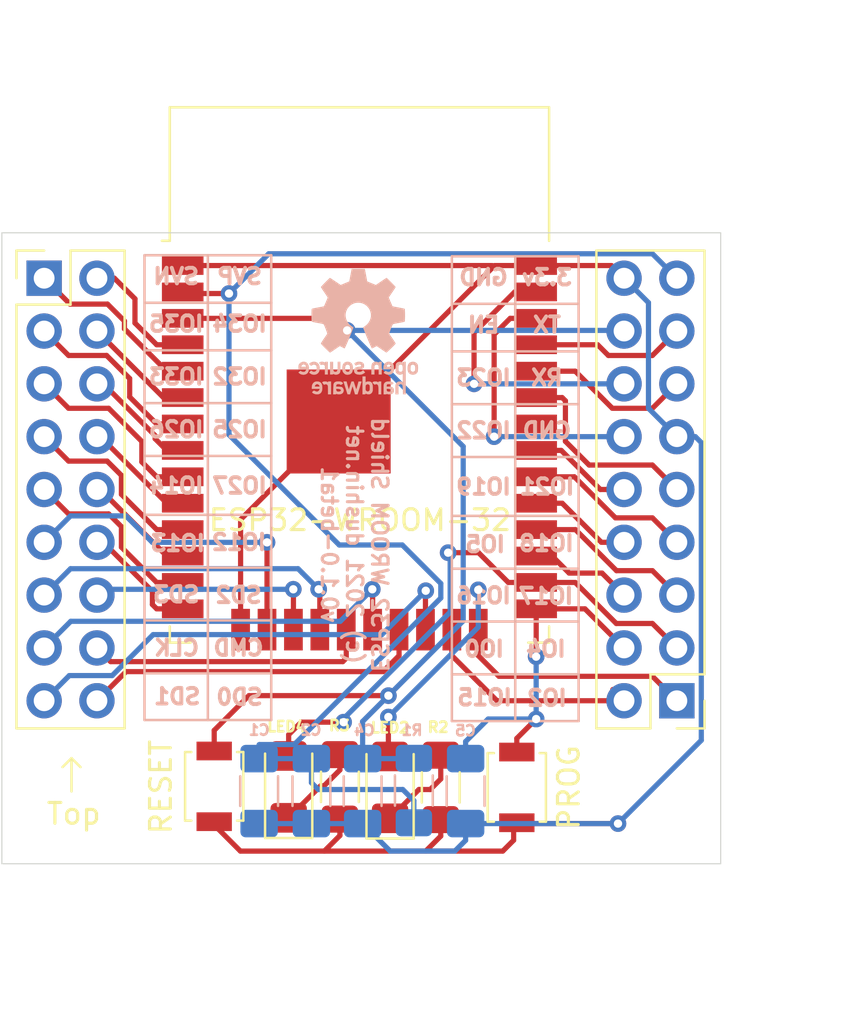
<source format=kicad_pcb>
(kicad_pcb (version 20171130) (host pcbnew "(5.1.9-0-10_14)")

  (general
    (thickness 1.6)
    (drawings 74)
    (tracks 282)
    (zones 0)
    (modules 15)
    (nets 39)
  )

  (page A4)
  (layers
    (0 F.Cu signal)
    (31 B.Cu signal)
    (32 B.Adhes user hide)
    (33 F.Adhes user hide)
    (34 B.Paste user hide)
    (35 F.Paste user hide)
    (36 B.SilkS user)
    (37 F.SilkS user)
    (38 B.Mask user hide)
    (39 F.Mask user hide)
    (40 Dwgs.User user)
    (41 Cmts.User user)
    (42 Eco1.User user)
    (43 Eco2.User user)
    (44 Edge.Cuts user)
    (45 Margin user)
    (46 B.CrtYd user hide)
    (47 F.CrtYd user hide)
    (48 B.Fab user hide)
    (49 F.Fab user hide)
  )

  (setup
    (last_trace_width 0.25)
    (trace_clearance 0.2)
    (zone_clearance 0.508)
    (zone_45_only no)
    (trace_min 0.2)
    (via_size 0.8)
    (via_drill 0.4)
    (via_min_size 0.4)
    (via_min_drill 0.3)
    (uvia_size 0.3)
    (uvia_drill 0.1)
    (uvias_allowed no)
    (uvia_min_size 0.2)
    (uvia_min_drill 0.1)
    (edge_width 0.05)
    (segment_width 0.2)
    (pcb_text_width 0.3)
    (pcb_text_size 1.5 1.5)
    (mod_edge_width 0.12)
    (mod_text_size 1 1)
    (mod_text_width 0.15)
    (pad_size 1.524 1.524)
    (pad_drill 0.762)
    (pad_to_mask_clearance 0)
    (aux_axis_origin 0 0)
    (grid_origin 132.7404 108.0516)
    (visible_elements FFFFFF7F)
    (pcbplotparams
      (layerselection 0x010fc_ffffffff)
      (usegerberextensions false)
      (usegerberattributes true)
      (usegerberadvancedattributes true)
      (creategerberjobfile true)
      (excludeedgelayer true)
      (linewidth 0.100000)
      (plotframeref false)
      (viasonmask false)
      (mode 1)
      (useauxorigin false)
      (hpglpennumber 1)
      (hpglpenspeed 20)
      (hpglpendiameter 15.000000)
      (psnegative false)
      (psa4output false)
      (plotreference true)
      (plotvalue true)
      (plotinvisibletext false)
      (padsonsilk false)
      (subtractmaskfromsilk false)
      (outputformat 1)
      (mirror false)
      (drillshape 1)
      (scaleselection 1)
      (outputdirectory ""))
  )

  (net 0 "")
  (net 1 /VDD)
  (net 2 /EN)
  (net 3 /IO34)
  (net 4 /IO35)
  (net 5 /IO32)
  (net 6 /IO33)
  (net 7 /IO25)
  (net 8 /IO26)
  (net 9 /IO27)
  (net 10 /IO14)
  (net 11 /IO12)
  (net 12 /IO13)
  (net 13 /SD2)
  (net 14 /SD3)
  (net 15 /IO22)
  (net 16 /IO21)
  (net 17 /IO23)
  (net 18 /IO19)
  (net 19 /IO18)
  (net 20 /IO5)
  (net 21 /IO17)
  (net 22 /IO16)
  (net 23 /IO4)
  (net 24 /IO0)
  (net 25 /IO2)
  (net 26 /IO15)
  (net 27 /SD1)
  (net 28 /SDO)
  (net 29 /CLK)
  (net 30 /CMD)
  (net 31 "Net-(U1-Pad32)")
  (net 32 /SVP)
  (net 33 /SVN)
  (net 34 /TXD)
  (net 35 /RXD)
  (net 36 "Net-(D1-Pad1)")
  (net 37 "Net-(D2-Pad1)")
  (net 38 Earth)

  (net_class Default "This is the default net class."
    (clearance 0.2)
    (trace_width 0.25)
    (via_dia 0.8)
    (via_drill 0.4)
    (uvia_dia 0.3)
    (uvia_drill 0.1)
    (add_net /CLK)
    (add_net /CMD)
    (add_net /EN)
    (add_net /IO0)
    (add_net /IO12)
    (add_net /IO13)
    (add_net /IO14)
    (add_net /IO15)
    (add_net /IO16)
    (add_net /IO17)
    (add_net /IO18)
    (add_net /IO19)
    (add_net /IO2)
    (add_net /IO21)
    (add_net /IO22)
    (add_net /IO23)
    (add_net /IO25)
    (add_net /IO26)
    (add_net /IO27)
    (add_net /IO32)
    (add_net /IO33)
    (add_net /IO34)
    (add_net /IO35)
    (add_net /IO4)
    (add_net /IO5)
    (add_net /RXD)
    (add_net /SD1)
    (add_net /SD2)
    (add_net /SD3)
    (add_net /SDO)
    (add_net /SVN)
    (add_net /SVP)
    (add_net /TXD)
    (add_net /VDD)
    (add_net Earth)
    (add_net "Net-(D1-Pad1)")
    (add_net "Net-(D2-Pad1)")
    (add_net "Net-(U1-Pad32)")
  )

  (module Connector_PinHeader_2.54mm:PinHeader_2x09_P2.54mm_Vertical (layer F.Cu) (tedit 59FED5CC) (tstamp 61848FBC)
    (at 127.508 88.392)
    (descr "Through hole straight pin header, 2x09, 2.54mm pitch, double rows")
    (tags "Through hole pin header THT 2x09 2.54mm double row")
    (path /618301E4)
    (fp_text reference J1 (at 1.27 -2.33) (layer F.SilkS) hide
      (effects (font (size 1 1) (thickness 0.15)))
    )
    (fp_text value Conn_02x09_Odd_Even (at 1.27 22.65) (layer F.Fab) hide
      (effects (font (size 1 1) (thickness 0.15)))
    )
    (fp_line (start 4.35 -1.8) (end -1.8 -1.8) (layer F.CrtYd) (width 0.05))
    (fp_line (start 4.35 22.1) (end 4.35 -1.8) (layer F.CrtYd) (width 0.05))
    (fp_line (start -1.8 22.1) (end 4.35 22.1) (layer F.CrtYd) (width 0.05))
    (fp_line (start -1.8 -1.8) (end -1.8 22.1) (layer F.CrtYd) (width 0.05))
    (fp_line (start -1.33 -1.33) (end 0 -1.33) (layer F.SilkS) (width 0.12))
    (fp_line (start -1.33 0) (end -1.33 -1.33) (layer F.SilkS) (width 0.12))
    (fp_line (start 1.27 -1.33) (end 3.87 -1.33) (layer F.SilkS) (width 0.12))
    (fp_line (start 1.27 1.27) (end 1.27 -1.33) (layer F.SilkS) (width 0.12))
    (fp_line (start -1.33 1.27) (end 1.27 1.27) (layer F.SilkS) (width 0.12))
    (fp_line (start 3.87 -1.33) (end 3.87 21.65) (layer F.SilkS) (width 0.12))
    (fp_line (start -1.33 1.27) (end -1.33 21.65) (layer F.SilkS) (width 0.12))
    (fp_line (start -1.33 21.65) (end 3.87 21.65) (layer F.SilkS) (width 0.12))
    (fp_line (start -1.27 0) (end 0 -1.27) (layer F.Fab) (width 0.1))
    (fp_line (start -1.27 21.59) (end -1.27 0) (layer F.Fab) (width 0.1))
    (fp_line (start 3.81 21.59) (end -1.27 21.59) (layer F.Fab) (width 0.1))
    (fp_line (start 3.81 -1.27) (end 3.81 21.59) (layer F.Fab) (width 0.1))
    (fp_line (start 0 -1.27) (end 3.81 -1.27) (layer F.Fab) (width 0.1))
    (fp_text user %R (at 1.27 10.16 90) (layer F.Fab) hide
      (effects (font (size 1 1) (thickness 0.15)))
    )
    (pad 18 thru_hole oval (at 2.54 20.32) (size 1.7 1.7) (drill 1) (layers *.Cu *.Mask)
      (net 28 /SDO))
    (pad 17 thru_hole oval (at 0 20.32) (size 1.7 1.7) (drill 1) (layers *.Cu *.Mask)
      (net 27 /SD1))
    (pad 16 thru_hole oval (at 2.54 17.78) (size 1.7 1.7) (drill 1) (layers *.Cu *.Mask)
      (net 30 /CMD))
    (pad 15 thru_hole oval (at 0 17.78) (size 1.7 1.7) (drill 1) (layers *.Cu *.Mask)
      (net 29 /CLK))
    (pad 14 thru_hole oval (at 2.54 15.24) (size 1.7 1.7) (drill 1) (layers *.Cu *.Mask)
      (net 13 /SD2))
    (pad 13 thru_hole oval (at 0 15.24) (size 1.7 1.7) (drill 1) (layers *.Cu *.Mask)
      (net 14 /SD3))
    (pad 12 thru_hole oval (at 2.54 12.7) (size 1.7 1.7) (drill 1) (layers *.Cu *.Mask)
      (net 11 /IO12))
    (pad 11 thru_hole oval (at 0 12.7) (size 1.7 1.7) (drill 1) (layers *.Cu *.Mask)
      (net 12 /IO13))
    (pad 10 thru_hole oval (at 2.54 10.16) (size 1.7 1.7) (drill 1) (layers *.Cu *.Mask)
      (net 9 /IO27))
    (pad 9 thru_hole oval (at 0 10.16) (size 1.7 1.7) (drill 1) (layers *.Cu *.Mask)
      (net 10 /IO14))
    (pad 8 thru_hole oval (at 2.54 7.62) (size 1.7 1.7) (drill 1) (layers *.Cu *.Mask)
      (net 7 /IO25))
    (pad 7 thru_hole oval (at 0 7.62) (size 1.7 1.7) (drill 1) (layers *.Cu *.Mask)
      (net 8 /IO26))
    (pad 6 thru_hole oval (at 2.54 5.08) (size 1.7 1.7) (drill 1) (layers *.Cu *.Mask)
      (net 5 /IO32))
    (pad 5 thru_hole oval (at 0 5.08) (size 1.7 1.7) (drill 1) (layers *.Cu *.Mask)
      (net 6 /IO33))
    (pad 4 thru_hole oval (at 2.54 2.54) (size 1.7 1.7) (drill 1) (layers *.Cu *.Mask)
      (net 3 /IO34))
    (pad 3 thru_hole oval (at 0 2.54) (size 1.7 1.7) (drill 1) (layers *.Cu *.Mask)
      (net 4 /IO35))
    (pad 2 thru_hole oval (at 2.54 0) (size 1.7 1.7) (drill 1) (layers *.Cu *.Mask)
      (net 32 /SVP))
    (pad 1 thru_hole rect (at 0 0) (size 1.7 1.7) (drill 1) (layers *.Cu *.Mask)
      (net 33 /SVN))
    (model ${KISYS3DMOD}/Connector_PinHeader_2.54mm.3dshapes/PinHeader_2x09_P2.54mm_Vertical.wrl
      (at (xyz 0 0 0))
      (scale (xyz 1 1 1))
      (rotate (xyz 0 0 0))
    )
  )

  (module Button_Switch_SMD:SW_SPST_B3U-1000P (layer F.Cu) (tedit 5A02FC95) (tstamp 6192E2F8)
    (at 150.2404 112.879 90)
    (descr "Ultra-small-sized Tactile Switch with High Contact Reliability, Top-actuated Model, without Ground Terminal, without Boss")
    (tags "Tactile Switch")
    (path /61EC852A)
    (attr smd)
    (fp_text reference SW2 (at 0 -2.5 90) (layer F.SilkS) hide
      (effects (font (size 1 1) (thickness 0.15)))
    )
    (fp_text value PROG (at 0 2.5 90) (layer F.SilkS)
      (effects (font (size 1 1) (thickness 0.15)))
    )
    (fp_line (start -2.4 1.65) (end 2.4 1.65) (layer F.CrtYd) (width 0.05))
    (fp_line (start 2.4 1.65) (end 2.4 -1.65) (layer F.CrtYd) (width 0.05))
    (fp_line (start 2.4 -1.65) (end -2.4 -1.65) (layer F.CrtYd) (width 0.05))
    (fp_line (start -2.4 -1.65) (end -2.4 1.65) (layer F.CrtYd) (width 0.05))
    (fp_line (start -1.65 1.1) (end -1.65 1.4) (layer F.SilkS) (width 0.12))
    (fp_line (start -1.65 1.4) (end 1.65 1.4) (layer F.SilkS) (width 0.12))
    (fp_line (start 1.65 1.4) (end 1.65 1.1) (layer F.SilkS) (width 0.12))
    (fp_line (start -1.65 -1.1) (end -1.65 -1.4) (layer F.SilkS) (width 0.12))
    (fp_line (start -1.65 -1.4) (end 1.65 -1.4) (layer F.SilkS) (width 0.12))
    (fp_line (start 1.65 -1.4) (end 1.65 -1.1) (layer F.SilkS) (width 0.12))
    (fp_line (start -1.5 -1.25) (end 1.5 -1.25) (layer F.Fab) (width 0.1))
    (fp_line (start 1.5 -1.25) (end 1.5 1.25) (layer F.Fab) (width 0.1))
    (fp_line (start 1.5 1.25) (end -1.5 1.25) (layer F.Fab) (width 0.1))
    (fp_line (start -1.5 1.25) (end -1.5 -1.25) (layer F.Fab) (width 0.1))
    (fp_circle (center 0 0) (end 0.75 0) (layer F.Fab) (width 0.1))
    (fp_text user %R (at 0 -2.5 90) (layer F.Fab) hide
      (effects (font (size 1 1) (thickness 0.15)))
    )
    (pad 2 smd rect (at 1.7 0 90) (size 0.9 1.7) (layers F.Cu F.Paste F.Mask)
      (net 24 /IO0))
    (pad 1 smd rect (at -1.7 0 90) (size 0.9 1.7) (layers F.Cu F.Paste F.Mask)
      (net 38 Earth))
    (model ${KISYS3DMOD}/Button_Switch_SMD.3dshapes/SW_SPST_B3U-1000P.wrl
      (at (xyz 0 0 0))
      (scale (xyz 1 1 1))
      (rotate (xyz 0 0 0))
    )
  )

  (module Button_Switch_SMD:SW_SPST_B3U-1000P (layer F.Cu) (tedit 5A02FC95) (tstamp 6192E2E2)
    (at 135.6868 112.8282 90)
    (descr "Ultra-small-sized Tactile Switch with High Contact Reliability, Top-actuated Model, without Ground Terminal, without Boss")
    (tags "Tactile Switch")
    (path /619043FB)
    (attr smd)
    (fp_text reference SW1 (at 0 -2.5 90) (layer F.SilkS) hide
      (effects (font (size 1 1) (thickness 0.15)))
    )
    (fp_text value RESET (at -0.0254 -2.5654 90) (layer F.SilkS)
      (effects (font (size 1 1) (thickness 0.15)))
    )
    (fp_line (start -2.4 1.65) (end 2.4 1.65) (layer F.CrtYd) (width 0.05))
    (fp_line (start 2.4 1.65) (end 2.4 -1.65) (layer F.CrtYd) (width 0.05))
    (fp_line (start 2.4 -1.65) (end -2.4 -1.65) (layer F.CrtYd) (width 0.05))
    (fp_line (start -2.4 -1.65) (end -2.4 1.65) (layer F.CrtYd) (width 0.05))
    (fp_line (start -1.65 1.1) (end -1.65 1.4) (layer F.SilkS) (width 0.12))
    (fp_line (start -1.65 1.4) (end 1.65 1.4) (layer F.SilkS) (width 0.12))
    (fp_line (start 1.65 1.4) (end 1.65 1.1) (layer F.SilkS) (width 0.12))
    (fp_line (start -1.65 -1.1) (end -1.65 -1.4) (layer F.SilkS) (width 0.12))
    (fp_line (start -1.65 -1.4) (end 1.65 -1.4) (layer F.SilkS) (width 0.12))
    (fp_line (start 1.65 -1.4) (end 1.65 -1.1) (layer F.SilkS) (width 0.12))
    (fp_line (start -1.5 -1.25) (end 1.5 -1.25) (layer F.Fab) (width 0.1))
    (fp_line (start 1.5 -1.25) (end 1.5 1.25) (layer F.Fab) (width 0.1))
    (fp_line (start 1.5 1.25) (end -1.5 1.25) (layer F.Fab) (width 0.1))
    (fp_line (start -1.5 1.25) (end -1.5 -1.25) (layer F.Fab) (width 0.1))
    (fp_circle (center 0 0) (end 0.75 0) (layer F.Fab) (width 0.1))
    (fp_text user %R (at 0 -2.5 90) (layer F.Fab) hide
      (effects (font (size 1 1) (thickness 0.15)))
    )
    (pad 2 smd rect (at 1.7 0 90) (size 0.9 1.7) (layers F.Cu F.Paste F.Mask)
      (net 2 /EN))
    (pad 1 smd rect (at -1.7 0 90) (size 0.9 1.7) (layers F.Cu F.Paste F.Mask)
      (net 38 Earth))
    (model ${KISYS3DMOD}/Button_Switch_SMD.3dshapes/SW_SPST_B3U-1000P.wrl
      (at (xyz 0 0 0))
      (scale (xyz 1 1 1))
      (rotate (xyz 0 0 0))
    )
  )

  (module Resistor_SMD:R_1206_3216Metric_Pad1.30x1.75mm_HandSolder (layer F.Cu) (tedit 5F68FEEE) (tstamp 61919CA2)
    (at 141.732 112.8536 90)
    (descr "Resistor SMD 1206 (3216 Metric), square (rectangular) end terminal, IPC_7351 nominal with elongated pad for handsoldering. (Body size source: IPC-SM-782 page 72, https://www.pcb-3d.com/wordpress/wp-content/uploads/ipc-sm-782a_amendment_1_and_2.pdf), generated with kicad-footprint-generator")
    (tags "resistor handsolder")
    (path /6191857A)
    (attr smd)
    (fp_text reference R3 (at 2.9464 -0.0254 180) (layer F.SilkS)
      (effects (font (size 0.5 0.5) (thickness 0.125)))
    )
    (fp_text value 1k (at 0 1.82 90) (layer F.Fab) hide
      (effects (font (size 1 1) (thickness 0.15)))
    )
    (fp_line (start 2.45 1.12) (end -2.45 1.12) (layer F.CrtYd) (width 0.05))
    (fp_line (start 2.45 -1.12) (end 2.45 1.12) (layer F.CrtYd) (width 0.05))
    (fp_line (start -2.45 -1.12) (end 2.45 -1.12) (layer F.CrtYd) (width 0.05))
    (fp_line (start -2.45 1.12) (end -2.45 -1.12) (layer F.CrtYd) (width 0.05))
    (fp_line (start -0.727064 0.91) (end 0.727064 0.91) (layer F.SilkS) (width 0.12))
    (fp_line (start -0.727064 -0.91) (end 0.727064 -0.91) (layer F.SilkS) (width 0.12))
    (fp_line (start 1.6 0.8) (end -1.6 0.8) (layer F.Fab) (width 0.1))
    (fp_line (start 1.6 -0.8) (end 1.6 0.8) (layer F.Fab) (width 0.1))
    (fp_line (start -1.6 -0.8) (end 1.6 -0.8) (layer F.Fab) (width 0.1))
    (fp_line (start -1.6 0.8) (end -1.6 -0.8) (layer F.Fab) (width 0.1))
    (fp_text user %R (at 0 0 90) (layer F.Fab) hide
      (effects (font (size 0.8 0.8) (thickness 0.12)))
    )
    (pad 2 smd roundrect (at 1.55 0 90) (size 1.3 1.75) (layers F.Cu F.Paste F.Mask) (roundrect_rratio 0.192308)
      (net 37 "Net-(D2-Pad1)"))
    (pad 1 smd roundrect (at -1.55 0 90) (size 1.3 1.75) (layers F.Cu F.Paste F.Mask) (roundrect_rratio 0.192308)
      (net 38 Earth))
    (model ${KISYS3DMOD}/Resistor_SMD.3dshapes/R_1206_3216Metric.wrl
      (at (xyz 0 0 0))
      (scale (xyz 1 1 1))
      (rotate (xyz 0 0 0))
    )
  )

  (module LED_SMD:LED_1206_3216Metric_Pad1.42x1.75mm_HandSolder (layer F.Cu) (tedit 5F68FEF1) (tstamp 61919BB5)
    (at 139.2682 112.8536 90)
    (descr "LED SMD 1206 (3216 Metric), square (rectangular) end terminal, IPC_7351 nominal, (Body size source: http://www.tortai-tech.com/upload/download/2011102023233369053.pdf), generated with kicad-footprint-generator")
    (tags "LED handsolder")
    (path /61918A28)
    (attr smd)
    (fp_text reference D2 (at 2.921 0.0254 180) (layer F.SilkS) hide
      (effects (font (size 0.5 0.5) (thickness 0.125)))
    )
    (fp_text value LED4 (at 2.8956 -0.1016 180) (layer F.SilkS)
      (effects (font (size 0.5 0.5) (thickness 0.125)))
    )
    (fp_line (start 2.45 1.12) (end -2.45 1.12) (layer F.CrtYd) (width 0.05))
    (fp_line (start 2.45 -1.12) (end 2.45 1.12) (layer F.CrtYd) (width 0.05))
    (fp_line (start -2.45 -1.12) (end 2.45 -1.12) (layer F.CrtYd) (width 0.05))
    (fp_line (start -2.45 1.12) (end -2.45 -1.12) (layer F.CrtYd) (width 0.05))
    (fp_line (start -2.46 1.135) (end 1.6 1.135) (layer F.SilkS) (width 0.12))
    (fp_line (start -2.46 -1.135) (end -2.46 1.135) (layer F.SilkS) (width 0.12))
    (fp_line (start 1.6 -1.135) (end -2.46 -1.135) (layer F.SilkS) (width 0.12))
    (fp_line (start 1.6 0.8) (end 1.6 -0.8) (layer F.Fab) (width 0.1))
    (fp_line (start -1.6 0.8) (end 1.6 0.8) (layer F.Fab) (width 0.1))
    (fp_line (start -1.6 -0.4) (end -1.6 0.8) (layer F.Fab) (width 0.1))
    (fp_line (start -1.2 -0.8) (end -1.6 -0.4) (layer F.Fab) (width 0.1))
    (fp_line (start 1.6 -0.8) (end -1.2 -0.8) (layer F.Fab) (width 0.1))
    (fp_text user %R (at 0 0 90) (layer F.Fab) hide
      (effects (font (size 0.8 0.8) (thickness 0.12)))
    )
    (pad 2 smd roundrect (at 1.4875 0 90) (size 1.425 1.75) (layers F.Cu F.Paste F.Mask) (roundrect_rratio 0.175439)
      (net 23 /IO4))
    (pad 1 smd roundrect (at -1.4875 0 90) (size 1.425 1.75) (layers F.Cu F.Paste F.Mask) (roundrect_rratio 0.175439)
      (net 37 "Net-(D2-Pad1)"))
    (model ${KISYS3DMOD}/LED_SMD.3dshapes/LED_1206_3216Metric.wrl
      (at (xyz 0 0 0))
      (scale (xyz 1 1 1))
      (rotate (xyz 0 0 0))
    )
  )

  (module Resistor_SMD:R_1206_3216Metric_Pad1.30x1.75mm_HandSolder (layer F.Cu) (tedit 5F68FEEE) (tstamp 618EDE60)
    (at 146.5834 112.879 90)
    (descr "Resistor SMD 1206 (3216 Metric), square (rectangular) end terminal, IPC_7351 nominal with elongated pad for handsoldering. (Body size source: IPC-SM-782 page 72, https://www.pcb-3d.com/wordpress/wp-content/uploads/ipc-sm-782a_amendment_1_and_2.pdf), generated with kicad-footprint-generator")
    (tags "resistor handsolder")
    (path /61F1BDF7)
    (attr smd)
    (fp_text reference R2 (at 2.8956 -0.127 180) (layer F.SilkS)
      (effects (font (size 0.5 0.5) (thickness 0.125)))
    )
    (fp_text value 1k (at 0 1.82 90) (layer F.Fab) hide
      (effects (font (size 1 1) (thickness 0.15)))
    )
    (fp_line (start -1.6 0.8) (end -1.6 -0.8) (layer F.Fab) (width 0.1))
    (fp_line (start -1.6 -0.8) (end 1.6 -0.8) (layer F.Fab) (width 0.1))
    (fp_line (start 1.6 -0.8) (end 1.6 0.8) (layer F.Fab) (width 0.1))
    (fp_line (start 1.6 0.8) (end -1.6 0.8) (layer F.Fab) (width 0.1))
    (fp_line (start -0.727064 -0.91) (end 0.727064 -0.91) (layer F.SilkS) (width 0.12))
    (fp_line (start -0.727064 0.91) (end 0.727064 0.91) (layer F.SilkS) (width 0.12))
    (fp_line (start -2.45 1.12) (end -2.45 -1.12) (layer F.CrtYd) (width 0.05))
    (fp_line (start -2.45 -1.12) (end 2.45 -1.12) (layer F.CrtYd) (width 0.05))
    (fp_line (start 2.45 -1.12) (end 2.45 1.12) (layer F.CrtYd) (width 0.05))
    (fp_line (start 2.45 1.12) (end -2.45 1.12) (layer F.CrtYd) (width 0.05))
    (fp_text user %R (at 0 0 90) (layer F.Fab) hide
      (effects (font (size 0.8 0.8) (thickness 0.12)))
    )
    (pad 2 smd roundrect (at 1.55 0 90) (size 1.3 1.75) (layers F.Cu F.Paste F.Mask) (roundrect_rratio 0.192308)
      (net 36 "Net-(D1-Pad1)"))
    (pad 1 smd roundrect (at -1.55 0 90) (size 1.3 1.75) (layers F.Cu F.Paste F.Mask) (roundrect_rratio 0.192308)
      (net 38 Earth))
    (model ${KISYS3DMOD}/Resistor_SMD.3dshapes/R_1206_3216Metric.wrl
      (at (xyz 0 0 0))
      (scale (xyz 1 1 1))
      (rotate (xyz 0 0 0))
    )
  )

  (module LED_SMD:LED_1206_3216Metric_Pad1.42x1.75mm_HandSolder (layer F.Cu) (tedit 5F68FEF1) (tstamp 618ED713)
    (at 144.145 112.879 90)
    (descr "LED SMD 1206 (3216 Metric), square (rectangular) end terminal, IPC_7351 nominal, (Body size source: http://www.tortai-tech.com/upload/download/2011102023233369053.pdf), generated with kicad-footprint-generator")
    (tags "LED handsolder")
    (path /61F146BD)
    (attr smd)
    (fp_text reference D1 (at 0 -1.82 90) (layer F.SilkS) hide
      (effects (font (size 1 1) (thickness 0.15)))
    )
    (fp_text value LED2 (at 2.8702 0 180) (layer F.SilkS)
      (effects (font (size 0.5 0.5) (thickness 0.125)))
    )
    (fp_line (start 1.6 -0.8) (end -1.2 -0.8) (layer F.Fab) (width 0.1))
    (fp_line (start -1.2 -0.8) (end -1.6 -0.4) (layer F.Fab) (width 0.1))
    (fp_line (start -1.6 -0.4) (end -1.6 0.8) (layer F.Fab) (width 0.1))
    (fp_line (start -1.6 0.8) (end 1.6 0.8) (layer F.Fab) (width 0.1))
    (fp_line (start 1.6 0.8) (end 1.6 -0.8) (layer F.Fab) (width 0.1))
    (fp_line (start 1.6 -1.135) (end -2.46 -1.135) (layer F.SilkS) (width 0.12))
    (fp_line (start -2.46 -1.135) (end -2.46 1.135) (layer F.SilkS) (width 0.12))
    (fp_line (start -2.46 1.135) (end 1.6 1.135) (layer F.SilkS) (width 0.12))
    (fp_line (start -2.45 1.12) (end -2.45 -1.12) (layer F.CrtYd) (width 0.05))
    (fp_line (start -2.45 -1.12) (end 2.45 -1.12) (layer F.CrtYd) (width 0.05))
    (fp_line (start 2.45 -1.12) (end 2.45 1.12) (layer F.CrtYd) (width 0.05))
    (fp_line (start 2.45 1.12) (end -2.45 1.12) (layer F.CrtYd) (width 0.05))
    (fp_text user %R (at 0 0 90) (layer F.Fab) hide
      (effects (font (size 0.8 0.8) (thickness 0.12)))
    )
    (pad 2 smd roundrect (at 1.4875 0 90) (size 1.425 1.75) (layers F.Cu F.Paste F.Mask) (roundrect_rratio 0.175439)
      (net 25 /IO2))
    (pad 1 smd roundrect (at -1.4875 0 90) (size 1.425 1.75) (layers F.Cu F.Paste F.Mask) (roundrect_rratio 0.175439)
      (net 36 "Net-(D1-Pad1)"))
    (model ${KISYS3DMOD}/LED_SMD.3dshapes/LED_1206_3216Metric.wrl
      (at (xyz 0 0 0))
      (scale (xyz 1 1 1))
      (rotate (xyz 0 0 0))
    )
  )

  (module Capacitor_SMD:C_1206_3216Metric_Pad1.33x1.80mm_HandSolder (layer B.Cu) (tedit 5F68FEEF) (tstamp 618EC9F0)
    (at 147.7786 113.0568 270)
    (descr "Capacitor SMD 1206 (3216 Metric), square (rectangular) end terminal, IPC_7351 nominal with elongated pad for handsoldering. (Body size source: IPC-SM-782 page 76, https://www.pcb-3d.com/wordpress/wp-content/uploads/ipc-sm-782a_amendment_1_and_2.pdf), generated with kicad-footprint-generator")
    (tags "capacitor handsolder")
    (path /61EC91AB)
    (attr smd)
    (fp_text reference C5 (at -2.9052 0.0082 180) (layer B.SilkS)
      (effects (font (size 0.5 0.5) (thickness 0.125)) (justify mirror))
    )
    (fp_text value 0.1uF (at 0 -1.85 90) (layer B.Fab) hide
      (effects (font (size 1 1) (thickness 0.15)) (justify mirror))
    )
    (fp_line (start -1.6 -0.8) (end -1.6 0.8) (layer B.Fab) (width 0.1))
    (fp_line (start -1.6 0.8) (end 1.6 0.8) (layer B.Fab) (width 0.1))
    (fp_line (start 1.6 0.8) (end 1.6 -0.8) (layer B.Fab) (width 0.1))
    (fp_line (start 1.6 -0.8) (end -1.6 -0.8) (layer B.Fab) (width 0.1))
    (fp_line (start -0.711252 0.91) (end 0.711252 0.91) (layer B.SilkS) (width 0.12))
    (fp_line (start -0.711252 -0.91) (end 0.711252 -0.91) (layer B.SilkS) (width 0.12))
    (fp_line (start -2.48 -1.15) (end -2.48 1.15) (layer B.CrtYd) (width 0.05))
    (fp_line (start -2.48 1.15) (end 2.48 1.15) (layer B.CrtYd) (width 0.05))
    (fp_line (start 2.48 1.15) (end 2.48 -1.15) (layer B.CrtYd) (width 0.05))
    (fp_line (start 2.48 -1.15) (end -2.48 -1.15) (layer B.CrtYd) (width 0.05))
    (fp_text user %R (at 0 0 90) (layer B.Fab) hide
      (effects (font (size 0.8 0.8) (thickness 0.12)) (justify mirror))
    )
    (pad 2 smd roundrect (at 1.5625 0 270) (size 1.325 1.8) (layers B.Cu B.Paste B.Mask) (roundrect_rratio 0.188679)
      (net 38 Earth))
    (pad 1 smd roundrect (at -1.5625 0 270) (size 1.325 1.8) (layers B.Cu B.Paste B.Mask) (roundrect_rratio 0.188679)
      (net 24 /IO0))
    (model ${KISYS3DMOD}/Capacitor_SMD.3dshapes/C_1206_3216Metric.wrl
      (at (xyz 0 0 0))
      (scale (xyz 1 1 1))
      (rotate (xyz 0 0 0))
    )
  )

  (module Symbol:OSHW-Logo_5.7x6mm_SilkScreen (layer B.Cu) (tedit 0) (tstamp 618880CD)
    (at 142.621 90.9574 180)
    (descr "Open Source Hardware Logo")
    (tags "Logo OSHW")
    (attr virtual)
    (fp_text reference REF** (at 0 0) (layer B.SilkS) hide
      (effects (font (size 1 1) (thickness 0.15)) (justify mirror))
    )
    (fp_text value OSHW-Logo_5.7x6mm_SilkScreen (at 0.75 0) (layer B.Fab) hide
      (effects (font (size 1 1) (thickness 0.15)) (justify mirror))
    )
    (fp_poly (pts (xy -1.908759 -1.469184) (xy -1.882247 -1.482282) (xy -1.849553 -1.505106) (xy -1.825725 -1.529996)
      (xy -1.809406 -1.561249) (xy -1.79924 -1.603166) (xy -1.793872 -1.660044) (xy -1.791944 -1.736184)
      (xy -1.791831 -1.768917) (xy -1.792161 -1.840656) (xy -1.793527 -1.891927) (xy -1.7965 -1.927404)
      (xy -1.801649 -1.951763) (xy -1.809543 -1.96968) (xy -1.817757 -1.981902) (xy -1.870187 -2.033905)
      (xy -1.93193 -2.065184) (xy -1.998536 -2.074592) (xy -2.065558 -2.06098) (xy -2.086792 -2.051354)
      (xy -2.137624 -2.024859) (xy -2.137624 -2.440052) (xy -2.100525 -2.420868) (xy -2.051643 -2.406025)
      (xy -1.991561 -2.402222) (xy -1.931564 -2.409243) (xy -1.886256 -2.425013) (xy -1.848675 -2.455047)
      (xy -1.816564 -2.498024) (xy -1.81415 -2.502436) (xy -1.803967 -2.523221) (xy -1.79653 -2.54417)
      (xy -1.791411 -2.569548) (xy -1.788181 -2.603618) (xy -1.786413 -2.650641) (xy -1.785677 -2.714882)
      (xy -1.785544 -2.787176) (xy -1.785544 -3.017822) (xy -1.923861 -3.017822) (xy -1.923861 -2.592533)
      (xy -1.962549 -2.559979) (xy -2.002738 -2.53394) (xy -2.040797 -2.529205) (xy -2.079066 -2.541389)
      (xy -2.099462 -2.55332) (xy -2.114642 -2.570313) (xy -2.125438 -2.595995) (xy -2.132683 -2.633991)
      (xy -2.137208 -2.687926) (xy -2.139844 -2.761425) (xy -2.140772 -2.810347) (xy -2.143911 -3.011535)
      (xy -2.209926 -3.015336) (xy -2.27594 -3.019136) (xy -2.27594 -1.77065) (xy -2.137624 -1.77065)
      (xy -2.134097 -1.840254) (xy -2.122215 -1.888569) (xy -2.10002 -1.918631) (xy -2.065559 -1.933471)
      (xy -2.030742 -1.936436) (xy -1.991329 -1.933028) (xy -1.965171 -1.919617) (xy -1.948814 -1.901896)
      (xy -1.935937 -1.882835) (xy -1.928272 -1.861601) (xy -1.924861 -1.831849) (xy -1.924749 -1.787236)
      (xy -1.925897 -1.74988) (xy -1.928532 -1.693604) (xy -1.932456 -1.656658) (xy -1.939063 -1.633223)
      (xy -1.949749 -1.61748) (xy -1.959833 -1.60838) (xy -2.00197 -1.588537) (xy -2.05184 -1.585332)
      (xy -2.080476 -1.592168) (xy -2.108828 -1.616464) (xy -2.127609 -1.663728) (xy -2.136712 -1.733624)
      (xy -2.137624 -1.77065) (xy -2.27594 -1.77065) (xy -2.27594 -1.458614) (xy -2.206782 -1.458614)
      (xy -2.16526 -1.460256) (xy -2.143838 -1.466087) (xy -2.137626 -1.477461) (xy -2.137624 -1.477798)
      (xy -2.134742 -1.488938) (xy -2.12203 -1.487673) (xy -2.096757 -1.475433) (xy -2.037869 -1.456707)
      (xy -1.971615 -1.454739) (xy -1.908759 -1.469184)) (layer B.SilkS) (width 0.01))
    (fp_poly (pts (xy -1.38421 -2.406555) (xy -1.325055 -2.422339) (xy -1.280023 -2.450948) (xy -1.248246 -2.488419)
      (xy -1.238366 -2.504411) (xy -1.231073 -2.521163) (xy -1.225974 -2.542592) (xy -1.222679 -2.572616)
      (xy -1.220797 -2.615154) (xy -1.219937 -2.674122) (xy -1.219707 -2.75344) (xy -1.219703 -2.774484)
      (xy -1.219703 -3.017822) (xy -1.280059 -3.017822) (xy -1.318557 -3.015126) (xy -1.347023 -3.008295)
      (xy -1.354155 -3.004083) (xy -1.373652 -2.996813) (xy -1.393566 -3.004083) (xy -1.426353 -3.01316)
      (xy -1.473978 -3.016813) (xy -1.526764 -3.015228) (xy -1.575036 -3.008589) (xy -1.603218 -3.000072)
      (xy -1.657753 -2.965063) (xy -1.691835 -2.916479) (xy -1.707157 -2.851882) (xy -1.707299 -2.850223)
      (xy -1.705955 -2.821566) (xy -1.584356 -2.821566) (xy -1.573726 -2.854161) (xy -1.55641 -2.872505)
      (xy -1.521652 -2.886379) (xy -1.475773 -2.891917) (xy -1.428988 -2.889191) (xy -1.391514 -2.878274)
      (xy -1.381015 -2.871269) (xy -1.362668 -2.838904) (xy -1.35802 -2.802111) (xy -1.35802 -2.753763)
      (xy -1.427582 -2.753763) (xy -1.493667 -2.75885) (xy -1.543764 -2.773263) (xy -1.574929 -2.795729)
      (xy -1.584356 -2.821566) (xy -1.705955 -2.821566) (xy -1.703987 -2.779647) (xy -1.68071 -2.723845)
      (xy -1.636948 -2.681647) (xy -1.630899 -2.677808) (xy -1.604907 -2.665309) (xy -1.572735 -2.65774)
      (xy -1.52776 -2.654061) (xy -1.474331 -2.653216) (xy -1.35802 -2.653169) (xy -1.35802 -2.604411)
      (xy -1.362953 -2.566581) (xy -1.375543 -2.541236) (xy -1.377017 -2.539887) (xy -1.405034 -2.5288)
      (xy -1.447326 -2.524503) (xy -1.494064 -2.526615) (xy -1.535418 -2.534756) (xy -1.559957 -2.546965)
      (xy -1.573253 -2.556746) (xy -1.587294 -2.558613) (xy -1.606671 -2.5506) (xy -1.635976 -2.530739)
      (xy -1.679803 -2.497063) (xy -1.683825 -2.493909) (xy -1.681764 -2.482236) (xy -1.664568 -2.462822)
      (xy -1.638433 -2.441248) (xy -1.609552 -2.423096) (xy -1.600478 -2.418809) (xy -1.56738 -2.410256)
      (xy -1.51888 -2.404155) (xy -1.464695 -2.401708) (xy -1.462161 -2.401703) (xy -1.38421 -2.406555)) (layer B.SilkS) (width 0.01))
    (fp_poly (pts (xy -0.993356 -2.40302) (xy -0.974539 -2.40866) (xy -0.968473 -2.421053) (xy -0.968218 -2.426647)
      (xy -0.967129 -2.44223) (xy -0.959632 -2.444676) (xy -0.939381 -2.433993) (xy -0.927351 -2.426694)
      (xy -0.8894 -2.411063) (xy -0.844072 -2.403334) (xy -0.796544 -2.40274) (xy -0.751995 -2.408513)
      (xy -0.715602 -2.419884) (xy -0.692543 -2.436088) (xy -0.687996 -2.456355) (xy -0.690291 -2.461843)
      (xy -0.70702 -2.484626) (xy -0.732963 -2.512647) (xy -0.737655 -2.517177) (xy -0.762383 -2.538005)
      (xy -0.783718 -2.544735) (xy -0.813555 -2.540038) (xy -0.825508 -2.536917) (xy -0.862705 -2.529421)
      (xy -0.888859 -2.532792) (xy -0.910946 -2.544681) (xy -0.931178 -2.560635) (xy -0.946079 -2.5807)
      (xy -0.956434 -2.608702) (xy -0.963029 -2.648467) (xy -0.966649 -2.703823) (xy -0.968078 -2.778594)
      (xy -0.968218 -2.82374) (xy -0.968218 -3.017822) (xy -1.09396 -3.017822) (xy -1.09396 -2.401683)
      (xy -1.031089 -2.401683) (xy -0.993356 -2.40302)) (layer B.SilkS) (width 0.01))
    (fp_poly (pts (xy -0.201188 -3.017822) (xy -0.270346 -3.017822) (xy -0.310488 -3.016645) (xy -0.331394 -3.011772)
      (xy -0.338922 -3.001186) (xy -0.339505 -2.994029) (xy -0.340774 -2.979676) (xy -0.348779 -2.976923)
      (xy -0.369815 -2.985771) (xy -0.386173 -2.994029) (xy -0.448977 -3.013597) (xy -0.517248 -3.014729)
      (xy -0.572752 -3.000135) (xy -0.624438 -2.964877) (xy -0.663838 -2.912835) (xy -0.685413 -2.85145)
      (xy -0.685962 -2.848018) (xy -0.689167 -2.810571) (xy -0.690761 -2.756813) (xy -0.690633 -2.716155)
      (xy -0.553279 -2.716155) (xy -0.550097 -2.770194) (xy -0.542859 -2.814735) (xy -0.53306 -2.839888)
      (xy -0.495989 -2.87426) (xy -0.451974 -2.886582) (xy -0.406584 -2.876618) (xy -0.367797 -2.846895)
      (xy -0.353108 -2.826905) (xy -0.344519 -2.80305) (xy -0.340496 -2.76823) (xy -0.339505 -2.71593)
      (xy -0.341278 -2.664139) (xy -0.345963 -2.618634) (xy -0.352603 -2.588181) (xy -0.35371 -2.585452)
      (xy -0.380491 -2.553) (xy -0.419579 -2.535183) (xy -0.463315 -2.532306) (xy -0.504038 -2.544674)
      (xy -0.534087 -2.572593) (xy -0.537204 -2.578148) (xy -0.546961 -2.612022) (xy -0.552277 -2.660728)
      (xy -0.553279 -2.716155) (xy -0.690633 -2.716155) (xy -0.690568 -2.69554) (xy -0.689664 -2.662563)
      (xy -0.683514 -2.580981) (xy -0.670733 -2.51973) (xy -0.649471 -2.474449) (xy -0.617878 -2.440779)
      (xy -0.587207 -2.421014) (xy -0.544354 -2.40712) (xy -0.491056 -2.402354) (xy -0.43648 -2.406236)
      (xy -0.389792 -2.418282) (xy -0.365124 -2.432693) (xy -0.339505 -2.455878) (xy -0.339505 -2.162773)
      (xy -0.201188 -2.162773) (xy -0.201188 -3.017822)) (layer B.SilkS) (width 0.01))
    (fp_poly (pts (xy 0.281524 -2.404237) (xy 0.331255 -2.407971) (xy 0.461291 -2.797773) (xy 0.481678 -2.728614)
      (xy 0.493946 -2.685874) (xy 0.510085 -2.628115) (xy 0.527512 -2.564625) (xy 0.536726 -2.53057)
      (xy 0.571388 -2.401683) (xy 0.714391 -2.401683) (xy 0.671646 -2.536857) (xy 0.650596 -2.603342)
      (xy 0.625167 -2.683539) (xy 0.59861 -2.767193) (xy 0.574902 -2.841782) (xy 0.520902 -3.011535)
      (xy 0.462598 -3.015328) (xy 0.404295 -3.019122) (xy 0.372679 -2.914734) (xy 0.353182 -2.849889)
      (xy 0.331904 -2.7784) (xy 0.313308 -2.715263) (xy 0.312574 -2.71275) (xy 0.298684 -2.669969)
      (xy 0.286429 -2.640779) (xy 0.277846 -2.629741) (xy 0.276082 -2.631018) (xy 0.269891 -2.64813)
      (xy 0.258128 -2.684787) (xy 0.242225 -2.736378) (xy 0.223614 -2.798294) (xy 0.213543 -2.832352)
      (xy 0.159007 -3.017822) (xy 0.043264 -3.017822) (xy -0.049263 -2.725471) (xy -0.075256 -2.643462)
      (xy -0.098934 -2.568987) (xy -0.11918 -2.505544) (xy -0.134874 -2.456632) (xy -0.144898 -2.425749)
      (xy -0.147945 -2.416726) (xy -0.145533 -2.407487) (xy -0.126592 -2.403441) (xy -0.087177 -2.403846)
      (xy -0.081007 -2.404152) (xy -0.007914 -2.407971) (xy 0.039957 -2.58401) (xy 0.057553 -2.648211)
      (xy 0.073277 -2.704649) (xy 0.085746 -2.748422) (xy 0.093574 -2.77463) (xy 0.09502 -2.778903)
      (xy 0.101014 -2.77399) (xy 0.113101 -2.748532) (xy 0.129893 -2.705997) (xy 0.150003 -2.64985)
      (xy 0.167003 -2.59913) (xy 0.231794 -2.400504) (xy 0.281524 -2.404237)) (layer B.SilkS) (width 0.01))
    (fp_poly (pts (xy 1.038411 -2.405417) (xy 1.091411 -2.41829) (xy 1.106731 -2.42511) (xy 1.136428 -2.442974)
      (xy 1.15922 -2.463093) (xy 1.176083 -2.488962) (xy 1.187998 -2.524073) (xy 1.195942 -2.57192)
      (xy 1.200894 -2.635996) (xy 1.203831 -2.719794) (xy 1.204947 -2.775768) (xy 1.209052 -3.017822)
      (xy 1.138932 -3.017822) (xy 1.096393 -3.016038) (xy 1.074476 -3.009942) (xy 1.068812 -2.999706)
      (xy 1.065821 -2.988637) (xy 1.052451 -2.990754) (xy 1.034233 -2.999629) (xy 0.988624 -3.013233)
      (xy 0.930007 -3.016899) (xy 0.868354 -3.010903) (xy 0.813638 -2.995521) (xy 0.80873 -2.993386)
      (xy 0.758723 -2.958255) (xy 0.725756 -2.909419) (xy 0.710587 -2.852333) (xy 0.711746 -2.831824)
      (xy 0.835508 -2.831824) (xy 0.846413 -2.859425) (xy 0.878745 -2.879204) (xy 0.93091 -2.889819)
      (xy 0.958787 -2.891228) (xy 1.005247 -2.88762) (xy 1.036129 -2.873597) (xy 1.043664 -2.866931)
      (xy 1.064076 -2.830666) (xy 1.068812 -2.797773) (xy 1.068812 -2.753763) (xy 1.007513 -2.753763)
      (xy 0.936256 -2.757395) (xy 0.886276 -2.768818) (xy 0.854696 -2.788824) (xy 0.847626 -2.797743)
      (xy 0.835508 -2.831824) (xy 0.711746 -2.831824) (xy 0.713971 -2.792456) (xy 0.736663 -2.735244)
      (xy 0.767624 -2.69658) (xy 0.786376 -2.679864) (xy 0.804733 -2.668878) (xy 0.828619 -2.66218)
      (xy 0.863957 -2.658326) (xy 0.916669 -2.655873) (xy 0.937577 -2.655168) (xy 1.068812 -2.650879)
      (xy 1.06862 -2.611158) (xy 1.063537 -2.569405) (xy 1.045162 -2.544158) (xy 1.008039 -2.52803)
      (xy 1.007043 -2.527742) (xy 0.95441 -2.5214) (xy 0.902906 -2.529684) (xy 0.86463 -2.549827)
      (xy 0.849272 -2.559773) (xy 0.83273 -2.558397) (xy 0.807275 -2.543987) (xy 0.792328 -2.533817)
      (xy 0.763091 -2.512088) (xy 0.74498 -2.4958) (xy 0.742074 -2.491137) (xy 0.75404 -2.467005)
      (xy 0.789396 -2.438185) (xy 0.804753 -2.428461) (xy 0.848901 -2.411714) (xy 0.908398 -2.402227)
      (xy 0.974487 -2.400095) (xy 1.038411 -2.405417)) (layer B.SilkS) (width 0.01))
    (fp_poly (pts (xy 1.635255 -2.401486) (xy 1.683595 -2.411015) (xy 1.711114 -2.425125) (xy 1.740064 -2.448568)
      (xy 1.698876 -2.500571) (xy 1.673482 -2.532064) (xy 1.656238 -2.547428) (xy 1.639102 -2.549776)
      (xy 1.614027 -2.542217) (xy 1.602257 -2.537941) (xy 1.55427 -2.531631) (xy 1.510324 -2.545156)
      (xy 1.47806 -2.57571) (xy 1.472819 -2.585452) (xy 1.467112 -2.611258) (xy 1.462706 -2.658817)
      (xy 1.459811 -2.724758) (xy 1.458631 -2.80571) (xy 1.458614 -2.817226) (xy 1.458614 -3.017822)
      (xy 1.320297 -3.017822) (xy 1.320297 -2.401683) (xy 1.389456 -2.401683) (xy 1.429333 -2.402725)
      (xy 1.450107 -2.407358) (xy 1.457789 -2.417849) (xy 1.458614 -2.427745) (xy 1.458614 -2.453806)
      (xy 1.491745 -2.427745) (xy 1.529735 -2.409965) (xy 1.58077 -2.401174) (xy 1.635255 -2.401486)) (layer B.SilkS) (width 0.01))
    (fp_poly (pts (xy 2.032581 -2.40497) (xy 2.092685 -2.420597) (xy 2.143021 -2.452848) (xy 2.167393 -2.47694)
      (xy 2.207345 -2.533895) (xy 2.230242 -2.599965) (xy 2.238108 -2.681182) (xy 2.238148 -2.687748)
      (xy 2.238218 -2.753763) (xy 1.858264 -2.753763) (xy 1.866363 -2.788342) (xy 1.880987 -2.819659)
      (xy 1.906581 -2.852291) (xy 1.911935 -2.8575) (xy 1.957943 -2.885694) (xy 2.01041 -2.890475)
      (xy 2.070803 -2.871926) (xy 2.08104 -2.866931) (xy 2.112439 -2.851745) (xy 2.13347 -2.843094)
      (xy 2.137139 -2.842293) (xy 2.149948 -2.850063) (xy 2.174378 -2.869072) (xy 2.186779 -2.87946)
      (xy 2.212476 -2.903321) (xy 2.220915 -2.919077) (xy 2.215058 -2.933571) (xy 2.211928 -2.937534)
      (xy 2.190725 -2.954879) (xy 2.155738 -2.975959) (xy 2.131337 -2.988265) (xy 2.062072 -3.009946)
      (xy 1.985388 -3.016971) (xy 1.912765 -3.008647) (xy 1.892426 -3.002686) (xy 1.829476 -2.968952)
      (xy 1.782815 -2.917045) (xy 1.752173 -2.846459) (xy 1.737282 -2.756692) (xy 1.735647 -2.709753)
      (xy 1.740421 -2.641413) (xy 1.86099 -2.641413) (xy 1.872652 -2.646465) (xy 1.903998 -2.650429)
      (xy 1.949571 -2.652768) (xy 1.980446 -2.653169) (xy 2.035981 -2.652783) (xy 2.071033 -2.650975)
      (xy 2.090262 -2.646773) (xy 2.09833 -2.639203) (xy 2.099901 -2.628218) (xy 2.089121 -2.594381)
      (xy 2.06198 -2.56094) (xy 2.026277 -2.535272) (xy 1.99056 -2.524772) (xy 1.942048 -2.534086)
      (xy 1.900053 -2.561013) (xy 1.870936 -2.599827) (xy 1.86099 -2.641413) (xy 1.740421 -2.641413)
      (xy 1.742599 -2.610236) (xy 1.764055 -2.530949) (xy 1.80047 -2.471263) (xy 1.852297 -2.430549)
      (xy 1.91999 -2.408179) (xy 1.956662 -2.403871) (xy 2.032581 -2.40497)) (layer B.SilkS) (width 0.01))
    (fp_poly (pts (xy -2.538261 -1.465148) (xy -2.472479 -1.494231) (xy -2.42254 -1.542793) (xy -2.388374 -1.610908)
      (xy -2.369907 -1.698651) (xy -2.368583 -1.712351) (xy -2.367546 -1.808939) (xy -2.380993 -1.893602)
      (xy -2.408108 -1.962221) (xy -2.422627 -1.984294) (xy -2.473201 -2.031011) (xy -2.537609 -2.061268)
      (xy -2.609666 -2.073824) (xy -2.683185 -2.067439) (xy -2.739072 -2.047772) (xy -2.787132 -2.014629)
      (xy -2.826412 -1.971175) (xy -2.827092 -1.970158) (xy -2.843044 -1.943338) (xy -2.85341 -1.916368)
      (xy -2.859688 -1.882332) (xy -2.863373 -1.83431) (xy -2.864997 -1.794931) (xy -2.865672 -1.759219)
      (xy -2.739955 -1.759219) (xy -2.738726 -1.79477) (xy -2.734266 -1.842094) (xy -2.726397 -1.872465)
      (xy -2.712207 -1.894072) (xy -2.698917 -1.906694) (xy -2.651802 -1.933122) (xy -2.602505 -1.936653)
      (xy -2.556593 -1.917639) (xy -2.533638 -1.896331) (xy -2.517096 -1.874859) (xy -2.507421 -1.854313)
      (xy -2.503174 -1.827574) (xy -2.50292 -1.787523) (xy -2.504228 -1.750638) (xy -2.507043 -1.697947)
      (xy -2.511505 -1.663772) (xy -2.519548 -1.64148) (xy -2.533103 -1.624442) (xy -2.543845 -1.614703)
      (xy -2.588777 -1.589123) (xy -2.637249 -1.587847) (xy -2.677894 -1.602999) (xy -2.712567 -1.634642)
      (xy -2.733224 -1.68662) (xy -2.739955 -1.759219) (xy -2.865672 -1.759219) (xy -2.866479 -1.716621)
      (xy -2.863948 -1.658056) (xy -2.856362 -1.614007) (xy -2.842681 -1.579248) (xy -2.821865 -1.548551)
      (xy -2.814147 -1.539436) (xy -2.765889 -1.494021) (xy -2.714128 -1.467493) (xy -2.650828 -1.456379)
      (xy -2.619961 -1.455471) (xy -2.538261 -1.465148)) (layer B.SilkS) (width 0.01))
    (fp_poly (pts (xy -1.356699 -1.472614) (xy -1.344168 -1.478514) (xy -1.300799 -1.510283) (xy -1.25979 -1.556646)
      (xy -1.229168 -1.607696) (xy -1.220459 -1.631166) (xy -1.212512 -1.673091) (xy -1.207774 -1.723757)
      (xy -1.207199 -1.744679) (xy -1.207129 -1.810693) (xy -1.587083 -1.810693) (xy -1.578983 -1.845273)
      (xy -1.559104 -1.88617) (xy -1.524347 -1.921514) (xy -1.482998 -1.944282) (xy -1.456649 -1.94901)
      (xy -1.420916 -1.943273) (xy -1.378282 -1.928882) (xy -1.363799 -1.922262) (xy -1.31024 -1.895513)
      (xy -1.264533 -1.930376) (xy -1.238158 -1.953955) (xy -1.224124 -1.973417) (xy -1.223414 -1.979129)
      (xy -1.235951 -1.992973) (xy -1.263428 -2.014012) (xy -1.288366 -2.030425) (xy -1.355664 -2.05993)
      (xy -1.43111 -2.073284) (xy -1.505888 -2.069812) (xy -1.565495 -2.051663) (xy -1.626941 -2.012784)
      (xy -1.670608 -1.961595) (xy -1.697926 -1.895367) (xy -1.710322 -1.811371) (xy -1.711421 -1.772936)
      (xy -1.707022 -1.684861) (xy -1.706482 -1.682299) (xy -1.580582 -1.682299) (xy -1.577115 -1.690558)
      (xy -1.562863 -1.695113) (xy -1.53347 -1.697065) (xy -1.484575 -1.697517) (xy -1.465748 -1.697525)
      (xy -1.408467 -1.696843) (xy -1.372141 -1.694364) (xy -1.352604 -1.689443) (xy -1.34569 -1.681434)
      (xy -1.345445 -1.678862) (xy -1.353336 -1.658423) (xy -1.373085 -1.629789) (xy -1.381575 -1.619763)
      (xy -1.413094 -1.591408) (xy -1.445949 -1.580259) (xy -1.463651 -1.579327) (xy -1.511539 -1.590981)
      (xy -1.551699 -1.622285) (xy -1.577173 -1.667752) (xy -1.577625 -1.669233) (xy -1.580582 -1.682299)
      (xy -1.706482 -1.682299) (xy -1.692392 -1.61551) (xy -1.666038 -1.560025) (xy -1.633807 -1.520639)
      (xy -1.574217 -1.477931) (xy -1.504168 -1.455109) (xy -1.429661 -1.453046) (xy -1.356699 -1.472614)) (layer B.SilkS) (width 0.01))
    (fp_poly (pts (xy 0.014017 -1.456452) (xy 0.061634 -1.465482) (xy 0.111034 -1.48437) (xy 0.116312 -1.486777)
      (xy 0.153774 -1.506476) (xy 0.179717 -1.524781) (xy 0.188103 -1.536508) (xy 0.180117 -1.555632)
      (xy 0.16072 -1.58385) (xy 0.15211 -1.594384) (xy 0.116628 -1.635847) (xy 0.070885 -1.608858)
      (xy 0.02735 -1.590878) (xy -0.02295 -1.581267) (xy -0.071188 -1.58066) (xy -0.108533 -1.589691)
      (xy -0.117495 -1.595327) (xy -0.134563 -1.621171) (xy -0.136637 -1.650941) (xy -0.123866 -1.674197)
      (xy -0.116312 -1.678708) (xy -0.093675 -1.684309) (xy -0.053885 -1.690892) (xy -0.004834 -1.697183)
      (xy 0.004215 -1.69817) (xy 0.082996 -1.711798) (xy 0.140136 -1.734946) (xy 0.17803 -1.769752)
      (xy 0.199079 -1.818354) (xy 0.205635 -1.877718) (xy 0.196577 -1.945198) (xy 0.167164 -1.998188)
      (xy 0.117278 -2.036783) (xy 0.0468 -2.061081) (xy -0.031435 -2.070667) (xy -0.095234 -2.070552)
      (xy -0.146984 -2.061845) (xy -0.182327 -2.049825) (xy -0.226983 -2.02888) (xy -0.268253 -2.004574)
      (xy -0.282921 -1.993876) (xy -0.320643 -1.963084) (xy -0.275148 -1.917049) (xy -0.229653 -1.871013)
      (xy -0.177928 -1.905243) (xy -0.126048 -1.930952) (xy -0.070649 -1.944399) (xy -0.017395 -1.945818)
      (xy 0.028049 -1.935443) (xy 0.060016 -1.913507) (xy 0.070338 -1.894998) (xy 0.068789 -1.865314)
      (xy 0.04314 -1.842615) (xy -0.00654 -1.82694) (xy -0.060969 -1.819695) (xy -0.144736 -1.805873)
      (xy -0.206967 -1.779796) (xy -0.248493 -1.740699) (xy -0.270147 -1.68782) (xy -0.273147 -1.625126)
      (xy -0.258329 -1.559642) (xy -0.224546 -1.510144) (xy -0.171495 -1.476408) (xy -0.098874 -1.458207)
      (xy -0.045072 -1.454639) (xy 0.014017 -1.456452)) (layer B.SilkS) (width 0.01))
    (fp_poly (pts (xy 0.610762 -1.466055) (xy 0.674363 -1.500692) (xy 0.724123 -1.555372) (xy 0.747568 -1.599842)
      (xy 0.757634 -1.639121) (xy 0.764156 -1.695116) (xy 0.766951 -1.759621) (xy 0.765836 -1.824429)
      (xy 0.760626 -1.881334) (xy 0.754541 -1.911727) (xy 0.734014 -1.953306) (xy 0.698463 -1.997468)
      (xy 0.655619 -2.036087) (xy 0.613211 -2.061034) (xy 0.612177 -2.06143) (xy 0.559553 -2.072331)
      (xy 0.497188 -2.072601) (xy 0.437924 -2.062676) (xy 0.41504 -2.054722) (xy 0.356102 -2.0213)
      (xy 0.31389 -1.977511) (xy 0.286156 -1.919538) (xy 0.270651 -1.843565) (xy 0.267143 -1.803771)
      (xy 0.26759 -1.753766) (xy 0.402376 -1.753766) (xy 0.406917 -1.826732) (xy 0.419986 -1.882334)
      (xy 0.440756 -1.917861) (xy 0.455552 -1.92802) (xy 0.493464 -1.935104) (xy 0.538527 -1.933007)
      (xy 0.577487 -1.922812) (xy 0.587704 -1.917204) (xy 0.614659 -1.884538) (xy 0.632451 -1.834545)
      (xy 0.640024 -1.773705) (xy 0.636325 -1.708497) (xy 0.628057 -1.669253) (xy 0.60432 -1.623805)
      (xy 0.566849 -1.595396) (xy 0.52172 -1.585573) (xy 0.475011 -1.595887) (xy 0.439132 -1.621112)
      (xy 0.420277 -1.641925) (xy 0.409272 -1.662439) (xy 0.404026 -1.690203) (xy 0.402449 -1.732762)
      (xy 0.402376 -1.753766) (xy 0.26759 -1.753766) (xy 0.268094 -1.69758) (xy 0.285388 -1.610501)
      (xy 0.319029 -1.54253) (xy 0.369018 -1.493664) (xy 0.435356 -1.463899) (xy 0.449601 -1.460448)
      (xy 0.53521 -1.452345) (xy 0.610762 -1.466055)) (layer B.SilkS) (width 0.01))
    (fp_poly (pts (xy 0.993367 -1.654342) (xy 0.994555 -1.746563) (xy 0.998897 -1.81661) (xy 1.007558 -1.867381)
      (xy 1.021704 -1.901772) (xy 1.0425 -1.922679) (xy 1.07111 -1.933) (xy 1.106535 -1.935636)
      (xy 1.143636 -1.932682) (xy 1.171818 -1.921889) (xy 1.192243 -1.90036) (xy 1.206079 -1.865199)
      (xy 1.214491 -1.81351) (xy 1.218643 -1.742394) (xy 1.219703 -1.654342) (xy 1.219703 -1.458614)
      (xy 1.35802 -1.458614) (xy 1.35802 -2.062179) (xy 1.288862 -2.062179) (xy 1.24717 -2.060489)
      (xy 1.225701 -2.054556) (xy 1.219703 -2.043293) (xy 1.216091 -2.033261) (xy 1.201714 -2.035383)
      (xy 1.172736 -2.04958) (xy 1.106319 -2.07148) (xy 1.035875 -2.069928) (xy 0.968377 -2.046147)
      (xy 0.936233 -2.027362) (xy 0.911715 -2.007022) (xy 0.893804 -1.981573) (xy 0.881479 -1.947458)
      (xy 0.873723 -1.901121) (xy 0.869516 -1.839007) (xy 0.86784 -1.757561) (xy 0.867624 -1.694578)
      (xy 0.867624 -1.458614) (xy 0.993367 -1.458614) (xy 0.993367 -1.654342)) (layer B.SilkS) (width 0.01))
    (fp_poly (pts (xy 2.217226 -1.46388) (xy 2.29008 -1.49483) (xy 2.313027 -1.509895) (xy 2.342354 -1.533048)
      (xy 2.360764 -1.551253) (xy 2.363961 -1.557183) (xy 2.354935 -1.57034) (xy 2.331837 -1.592667)
      (xy 2.313344 -1.60825) (xy 2.262728 -1.648926) (xy 2.22276 -1.615295) (xy 2.191874 -1.593584)
      (xy 2.161759 -1.58609) (xy 2.127292 -1.58792) (xy 2.072561 -1.601528) (xy 2.034886 -1.629772)
      (xy 2.011991 -1.675433) (xy 2.001597 -1.741289) (xy 2.001595 -1.741331) (xy 2.002494 -1.814939)
      (xy 2.016463 -1.868946) (xy 2.044328 -1.905716) (xy 2.063325 -1.918168) (xy 2.113776 -1.933673)
      (xy 2.167663 -1.933683) (xy 2.214546 -1.918638) (xy 2.225644 -1.911287) (xy 2.253476 -1.892511)
      (xy 2.275236 -1.889434) (xy 2.298704 -1.903409) (xy 2.324649 -1.92851) (xy 2.365716 -1.97088)
      (xy 2.320121 -2.008464) (xy 2.249674 -2.050882) (xy 2.170233 -2.071785) (xy 2.087215 -2.070272)
      (xy 2.032694 -2.056411) (xy 1.96897 -2.022135) (xy 1.918005 -1.968212) (xy 1.894851 -1.930149)
      (xy 1.876099 -1.875536) (xy 1.866715 -1.806369) (xy 1.866643 -1.731407) (xy 1.875824 -1.659409)
      (xy 1.894199 -1.599137) (xy 1.897093 -1.592958) (xy 1.939952 -1.532351) (xy 1.997979 -1.488224)
      (xy 2.066591 -1.461493) (xy 2.141201 -1.453073) (xy 2.217226 -1.46388)) (layer B.SilkS) (width 0.01))
    (fp_poly (pts (xy 2.677898 -1.456457) (xy 2.710096 -1.464279) (xy 2.771825 -1.492921) (xy 2.82461 -1.536667)
      (xy 2.861141 -1.589117) (xy 2.86616 -1.600893) (xy 2.873045 -1.63174) (xy 2.877864 -1.677371)
      (xy 2.879505 -1.723492) (xy 2.879505 -1.810693) (xy 2.697178 -1.810693) (xy 2.621979 -1.810978)
      (xy 2.569003 -1.812704) (xy 2.535325 -1.817181) (xy 2.51802 -1.82572) (xy 2.514163 -1.83963)
      (xy 2.520829 -1.860222) (xy 2.53277 -1.884315) (xy 2.56608 -1.924525) (xy 2.612368 -1.944558)
      (xy 2.668944 -1.943905) (xy 2.733031 -1.922101) (xy 2.788417 -1.895193) (xy 2.834375 -1.931532)
      (xy 2.880333 -1.967872) (xy 2.837096 -2.007819) (xy 2.779374 -2.045563) (xy 2.708386 -2.06832)
      (xy 2.632029 -2.074688) (xy 2.558199 -2.063268) (xy 2.546287 -2.059393) (xy 2.481399 -2.025506)
      (xy 2.43313 -1.974986) (xy 2.400465 -1.906325) (xy 2.382385 -1.818014) (xy 2.382175 -1.816121)
      (xy 2.380556 -1.719878) (xy 2.3871 -1.685542) (xy 2.514852 -1.685542) (xy 2.526584 -1.690822)
      (xy 2.558438 -1.694867) (xy 2.605397 -1.697176) (xy 2.635154 -1.697525) (xy 2.690648 -1.697306)
      (xy 2.725346 -1.695916) (xy 2.743601 -1.692251) (xy 2.749766 -1.68521) (xy 2.748195 -1.67369)
      (xy 2.746878 -1.669233) (xy 2.724382 -1.627355) (xy 2.689003 -1.593604) (xy 2.65778 -1.578773)
      (xy 2.616301 -1.579668) (xy 2.574269 -1.598164) (xy 2.539012 -1.628786) (xy 2.517854 -1.666062)
      (xy 2.514852 -1.685542) (xy 2.3871 -1.685542) (xy 2.39669 -1.635229) (xy 2.428698 -1.564191)
      (xy 2.474701 -1.508779) (xy 2.532821 -1.471009) (xy 2.60118 -1.452896) (xy 2.677898 -1.456457)) (layer B.SilkS) (width 0.01))
    (fp_poly (pts (xy -0.754012 -1.469002) (xy -0.722717 -1.48395) (xy -0.692409 -1.505541) (xy -0.669318 -1.530391)
      (xy -0.6525 -1.562087) (xy -0.641006 -1.604214) (xy -0.633891 -1.660358) (xy -0.630207 -1.734106)
      (xy -0.629008 -1.829044) (xy -0.628989 -1.838985) (xy -0.628713 -2.062179) (xy -0.76703 -2.062179)
      (xy -0.76703 -1.856418) (xy -0.767128 -1.780189) (xy -0.767809 -1.724939) (xy -0.769651 -1.686501)
      (xy -0.773233 -1.660706) (xy -0.779132 -1.643384) (xy -0.787927 -1.630368) (xy -0.80018 -1.617507)
      (xy -0.843047 -1.589873) (xy -0.889843 -1.584745) (xy -0.934424 -1.602217) (xy -0.949928 -1.615221)
      (xy -0.96131 -1.627447) (xy -0.969481 -1.64054) (xy -0.974974 -1.658615) (xy -0.97832 -1.685787)
      (xy -0.980051 -1.72617) (xy -0.980697 -1.783879) (xy -0.980792 -1.854132) (xy -0.980792 -2.062179)
      (xy -1.119109 -2.062179) (xy -1.119109 -1.458614) (xy -1.04995 -1.458614) (xy -1.008428 -1.460256)
      (xy -0.987006 -1.466087) (xy -0.980795 -1.477461) (xy -0.980792 -1.477798) (xy -0.97791 -1.488938)
      (xy -0.965199 -1.487674) (xy -0.939926 -1.475434) (xy -0.882605 -1.457424) (xy -0.817037 -1.455421)
      (xy -0.754012 -1.469002)) (layer B.SilkS) (width 0.01))
    (fp_poly (pts (xy 1.79946 -1.45803) (xy 1.842711 -1.471245) (xy 1.870558 -1.487941) (xy 1.879629 -1.501145)
      (xy 1.877132 -1.516797) (xy 1.860931 -1.541385) (xy 1.847232 -1.5588) (xy 1.818992 -1.590283)
      (xy 1.797775 -1.603529) (xy 1.779688 -1.602664) (xy 1.726035 -1.58901) (xy 1.68663 -1.58963)
      (xy 1.654632 -1.605104) (xy 1.64389 -1.614161) (xy 1.609505 -1.646027) (xy 1.609505 -2.062179)
      (xy 1.471188 -2.062179) (xy 1.471188 -1.458614) (xy 1.540347 -1.458614) (xy 1.581869 -1.460256)
      (xy 1.603291 -1.466087) (xy 1.609502 -1.477461) (xy 1.609505 -1.477798) (xy 1.612439 -1.489713)
      (xy 1.625704 -1.488159) (xy 1.644084 -1.479563) (xy 1.682046 -1.463568) (xy 1.712872 -1.453945)
      (xy 1.752536 -1.451478) (xy 1.79946 -1.45803)) (layer B.SilkS) (width 0.01))
    (fp_poly (pts (xy 0.376964 2.709982) (xy 0.433812 2.40843) (xy 0.853338 2.235488) (xy 1.104984 2.406605)
      (xy 1.175458 2.45425) (xy 1.239163 2.49679) (xy 1.293126 2.532285) (xy 1.334373 2.55879)
      (xy 1.359934 2.574364) (xy 1.366895 2.577722) (xy 1.379435 2.569086) (xy 1.406231 2.545208)
      (xy 1.44428 2.509141) (xy 1.490579 2.463933) (xy 1.542123 2.412636) (xy 1.595909 2.358299)
      (xy 1.648935 2.303972) (xy 1.698195 2.252705) (xy 1.740687 2.207549) (xy 1.773407 2.171554)
      (xy 1.793351 2.14777) (xy 1.798119 2.13981) (xy 1.791257 2.125135) (xy 1.77202 2.092986)
      (xy 1.74243 2.046508) (xy 1.70451 1.988844) (xy 1.660282 1.92314) (xy 1.634654 1.885664)
      (xy 1.587941 1.817232) (xy 1.546432 1.75548) (xy 1.51214 1.703481) (xy 1.48708 1.664308)
      (xy 1.473264 1.641035) (xy 1.471188 1.636145) (xy 1.475895 1.622245) (xy 1.488723 1.58985)
      (xy 1.507738 1.543515) (xy 1.531003 1.487794) (xy 1.556584 1.427242) (xy 1.582545 1.366414)
      (xy 1.60695 1.309864) (xy 1.627863 1.262148) (xy 1.643349 1.227819) (xy 1.651472 1.211432)
      (xy 1.651952 1.210788) (xy 1.664707 1.207659) (xy 1.698677 1.200679) (xy 1.75034 1.190533)
      (xy 1.816176 1.177908) (xy 1.892664 1.163491) (xy 1.93729 1.155177) (xy 2.019021 1.139616)
      (xy 2.092843 1.124808) (xy 2.155021 1.111564) (xy 2.201822 1.100695) (xy 2.229509 1.093011)
      (xy 2.235074 1.090573) (xy 2.240526 1.07407) (xy 2.244924 1.0368) (xy 2.248272 0.98312)
      (xy 2.250574 0.917388) (xy 2.251832 0.843963) (xy 2.252048 0.767204) (xy 2.251227 0.691468)
      (xy 2.249371 0.621114) (xy 2.246482 0.5605) (xy 2.242565 0.513984) (xy 2.237622 0.485925)
      (xy 2.234657 0.480084) (xy 2.216934 0.473083) (xy 2.179381 0.463073) (xy 2.126964 0.451231)
      (xy 2.064652 0.438733) (xy 2.0429 0.43469) (xy 1.938024 0.41548) (xy 1.85518 0.400009)
      (xy 1.79163 0.387663) (xy 1.744637 0.377827) (xy 1.711463 0.369886) (xy 1.689371 0.363224)
      (xy 1.675624 0.357227) (xy 1.667484 0.351281) (xy 1.666345 0.350106) (xy 1.654977 0.331174)
      (xy 1.637635 0.294331) (xy 1.61605 0.244087) (xy 1.591954 0.184954) (xy 1.567079 0.121444)
      (xy 1.543157 0.058068) (xy 1.521919 -0.000662) (xy 1.505097 -0.050235) (xy 1.494422 -0.086139)
      (xy 1.491627 -0.103862) (xy 1.49186 -0.104483) (xy 1.501331 -0.11897) (xy 1.522818 -0.150844)
      (xy 1.554063 -0.196789) (xy 1.592807 -0.253485) (xy 1.636793 -0.317617) (xy 1.649319 -0.335842)
      (xy 1.693984 -0.401914) (xy 1.733288 -0.4622) (xy 1.765088 -0.513235) (xy 1.787245 -0.55156)
      (xy 1.797617 -0.573711) (xy 1.798119 -0.576432) (xy 1.789405 -0.590736) (xy 1.765325 -0.619072)
      (xy 1.728976 -0.658396) (xy 1.683453 -0.705661) (xy 1.631852 -0.757823) (xy 1.577267 -0.811835)
      (xy 1.522794 -0.864653) (xy 1.471529 -0.913231) (xy 1.426567 -0.954523) (xy 1.391004 -0.985485)
      (xy 1.367935 -1.00307) (xy 1.361554 -1.005941) (xy 1.346699 -0.999178) (xy 1.316286 -0.980939)
      (xy 1.275268 -0.954297) (xy 1.243709 -0.932852) (xy 1.186525 -0.893503) (xy 1.118806 -0.847171)
      (xy 1.05088 -0.800913) (xy 1.014361 -0.776155) (xy 0.890752 -0.692547) (xy 0.786991 -0.74865)
      (xy 0.73972 -0.773228) (xy 0.699523 -0.792331) (xy 0.672326 -0.803227) (xy 0.665402 -0.804743)
      (xy 0.657077 -0.793549) (xy 0.640654 -0.761917) (xy 0.617357 -0.712765) (xy 0.588414 -0.64901)
      (xy 0.55505 -0.573571) (xy 0.518491 -0.489364) (xy 0.479964 -0.399308) (xy 0.440694 -0.306321)
      (xy 0.401908 -0.21332) (xy 0.36483 -0.123223) (xy 0.330689 -0.038948) (xy 0.300708 0.036587)
      (xy 0.276116 0.100466) (xy 0.258136 0.149769) (xy 0.247997 0.181579) (xy 0.246366 0.192504)
      (xy 0.259291 0.206439) (xy 0.287589 0.22906) (xy 0.325346 0.255667) (xy 0.328515 0.257772)
      (xy 0.4261 0.335886) (xy 0.504786 0.427018) (xy 0.563891 0.528255) (xy 0.602732 0.636682)
      (xy 0.620628 0.749386) (xy 0.616897 0.863452) (xy 0.590857 0.975966) (xy 0.541825 1.084015)
      (xy 0.5274 1.107655) (xy 0.452369 1.203113) (xy 0.36373 1.279768) (xy 0.264549 1.33722)
      (xy 0.157895 1.375071) (xy 0.046836 1.392922) (xy -0.065561 1.390375) (xy -0.176227 1.36703)
      (xy -0.282094 1.32249) (xy -0.380095 1.256355) (xy -0.41041 1.229513) (xy -0.487562 1.145488)
      (xy -0.543782 1.057034) (xy -0.582347 0.957885) (xy -0.603826 0.859697) (xy -0.609128 0.749303)
      (xy -0.591448 0.63836) (xy -0.552581 0.530619) (xy -0.494323 0.429831) (xy -0.418469 0.339744)
      (xy -0.326817 0.264108) (xy -0.314772 0.256136) (xy -0.276611 0.230026) (xy -0.247601 0.207405)
      (xy -0.233732 0.192961) (xy -0.233531 0.192504) (xy -0.236508 0.176879) (xy -0.248311 0.141418)
      (xy -0.267714 0.089038) (xy -0.293488 0.022655) (xy -0.324409 -0.054814) (xy -0.359249 -0.14045)
      (xy -0.396783 -0.231337) (xy -0.435783 -0.324559) (xy -0.475023 -0.417197) (xy -0.513276 -0.506335)
      (xy -0.549317 -0.589055) (xy -0.581917 -0.662441) (xy -0.609852 -0.723575) (xy -0.631895 -0.769541)
      (xy -0.646818 -0.797421) (xy -0.652828 -0.804743) (xy -0.671191 -0.799041) (xy -0.705552 -0.783749)
      (xy -0.749984 -0.761599) (xy -0.774417 -0.74865) (xy -0.878178 -0.692547) (xy -1.001787 -0.776155)
      (xy -1.064886 -0.818987) (xy -1.13397 -0.866122) (xy -1.198707 -0.910503) (xy -1.231134 -0.932852)
      (xy -1.276741 -0.963477) (xy -1.31536 -0.987747) (xy -1.341952 -1.002587) (xy -1.35059 -1.005724)
      (xy -1.363161 -0.997261) (xy -1.390984 -0.973636) (xy -1.431361 -0.937302) (xy -1.481595 -0.890711)
      (xy -1.538988 -0.836317) (xy -1.575286 -0.801392) (xy -1.63879 -0.738996) (xy -1.693673 -0.683188)
      (xy -1.737714 -0.636354) (xy -1.768695 -0.600882) (xy -1.784398 -0.579161) (xy -1.785905 -0.574752)
      (xy -1.778914 -0.557985) (xy -1.759594 -0.524082) (xy -1.730091 -0.476476) (xy -1.692545 -0.418599)
      (xy -1.6491 -0.353884) (xy -1.636745 -0.335842) (xy -1.591727 -0.270267) (xy -1.55134 -0.211228)
      (xy -1.51784 -0.162042) (xy -1.493486 -0.126028) (xy -1.480536 -0.106502) (xy -1.479285 -0.104483)
      (xy -1.481156 -0.088922) (xy -1.491087 -0.054709) (xy -1.507347 -0.006355) (xy -1.528205 0.051629)
      (xy -1.551927 0.11473) (xy -1.576784 0.178437) (xy -1.601042 0.238239) (xy -1.622971 0.289624)
      (xy -1.640838 0.328081) (xy -1.652913 0.349098) (xy -1.653771 0.350106) (xy -1.661154 0.356112)
      (xy -1.673625 0.362052) (xy -1.69392 0.36854) (xy -1.724778 0.376191) (xy -1.768934 0.38562)
      (xy -1.829126 0.397441) (xy -1.908093 0.412271) (xy -2.00857 0.430723) (xy -2.030325 0.43469)
      (xy -2.094802 0.447147) (xy -2.151011 0.459334) (xy -2.193987 0.470074) (xy -2.21876 0.478191)
      (xy -2.222082 0.480084) (xy -2.227556 0.496862) (xy -2.232006 0.534355) (xy -2.235428 0.588206)
      (xy -2.237819 0.654056) (xy -2.239177 0.727547) (xy -2.239499 0.80432) (xy -2.238781 0.880017)
      (xy -2.237021 0.95028) (xy -2.234216 1.01075) (xy -2.230362 1.05707) (xy -2.225457 1.084881)
      (xy -2.2225 1.090573) (xy -2.206037 1.096314) (xy -2.168551 1.105655) (xy -2.113775 1.117785)
      (xy -2.045445 1.131893) (xy -1.967294 1.14717) (xy -1.924716 1.155177) (xy -1.843929 1.170279)
      (xy -1.771887 1.18396) (xy -1.712111 1.195533) (xy -1.668121 1.204313) (xy -1.643439 1.209613)
      (xy -1.639377 1.210788) (xy -1.632511 1.224035) (xy -1.617998 1.255943) (xy -1.597771 1.301953)
      (xy -1.573766 1.357508) (xy -1.547918 1.418047) (xy -1.52216 1.479014) (xy -1.498427 1.535849)
      (xy -1.478654 1.583994) (xy -1.464776 1.61889) (xy -1.458726 1.635979) (xy -1.458614 1.636726)
      (xy -1.465472 1.650207) (xy -1.484698 1.68123) (xy -1.514272 1.726711) (xy -1.552173 1.783568)
      (xy -1.59638 1.848717) (xy -1.622079 1.886138) (xy -1.668907 1.954753) (xy -1.710499 2.017048)
      (xy -1.744825 2.069871) (xy -1.769857 2.110073) (xy -1.783565 2.1345) (xy -1.785544 2.139976)
      (xy -1.777034 2.152722) (xy -1.753507 2.179937) (xy -1.717968 2.218572) (xy -1.673423 2.265577)
      (xy -1.622877 2.317905) (xy -1.569336 2.372505) (xy -1.515805 2.42633) (xy -1.465289 2.47633)
      (xy -1.420794 2.519457) (xy -1.385325 2.552661) (xy -1.361887 2.572894) (xy -1.354046 2.577722)
      (xy -1.34128 2.570933) (xy -1.310744 2.551858) (xy -1.26541 2.522439) (xy -1.208244 2.484619)
      (xy -1.142216 2.440339) (xy -1.09241 2.406605) (xy -0.840764 2.235488) (xy -0.631001 2.321959)
      (xy -0.421237 2.40843) (xy -0.364389 2.709982) (xy -0.30754 3.011534) (xy 0.320115 3.011534)
      (xy 0.376964 2.709982)) (layer B.SilkS) (width 0.01))
  )

  (module Connector_PinHeader_2.54mm:PinHeader_2x09_P2.54mm_Vertical (layer F.Cu) (tedit 59FED5CC) (tstamp 61849FCC)
    (at 157.9372 108.712 180)
    (descr "Through hole straight pin header, 2x09, 2.54mm pitch, double rows")
    (tags "Through hole pin header THT 2x09 2.54mm double row")
    (path /61831057)
    (fp_text reference J2 (at 1.27 -2.33) (layer F.SilkS) hide
      (effects (font (size 1 1) (thickness 0.15)))
    )
    (fp_text value Conn_02x09_Odd_Even (at 1.27 22.65) (layer F.Fab) hide
      (effects (font (size 1 1) (thickness 0.15)))
    )
    (fp_line (start 4.35 -1.8) (end -1.8 -1.8) (layer F.CrtYd) (width 0.05))
    (fp_line (start 4.35 22.1) (end 4.35 -1.8) (layer F.CrtYd) (width 0.05))
    (fp_line (start -1.8 22.1) (end 4.35 22.1) (layer F.CrtYd) (width 0.05))
    (fp_line (start -1.8 -1.8) (end -1.8 22.1) (layer F.CrtYd) (width 0.05))
    (fp_line (start -1.33 -1.33) (end 0 -1.33) (layer F.SilkS) (width 0.12))
    (fp_line (start -1.33 0) (end -1.33 -1.33) (layer F.SilkS) (width 0.12))
    (fp_line (start 1.27 -1.33) (end 3.87 -1.33) (layer F.SilkS) (width 0.12))
    (fp_line (start 1.27 1.27) (end 1.27 -1.33) (layer F.SilkS) (width 0.12))
    (fp_line (start -1.33 1.27) (end 1.27 1.27) (layer F.SilkS) (width 0.12))
    (fp_line (start 3.87 -1.33) (end 3.87 21.65) (layer F.SilkS) (width 0.12))
    (fp_line (start -1.33 1.27) (end -1.33 21.65) (layer F.SilkS) (width 0.12))
    (fp_line (start -1.33 21.65) (end 3.87 21.65) (layer F.SilkS) (width 0.12))
    (fp_line (start -1.27 0) (end 0 -1.27) (layer F.Fab) (width 0.1))
    (fp_line (start -1.27 21.59) (end -1.27 0) (layer F.Fab) (width 0.1))
    (fp_line (start 3.81 21.59) (end -1.27 21.59) (layer F.Fab) (width 0.1))
    (fp_line (start 3.81 -1.27) (end 3.81 21.59) (layer F.Fab) (width 0.1))
    (fp_line (start 0 -1.27) (end 3.81 -1.27) (layer F.Fab) (width 0.1))
    (fp_text user %R (at 1.27 10.16 90) (layer F.Fab) hide
      (effects (font (size 1 1) (thickness 0.15)))
    )
    (pad 18 thru_hole oval (at 2.54 20.32 180) (size 1.7 1.7) (drill 1) (layers *.Cu *.Mask)
      (net 38 Earth))
    (pad 17 thru_hole oval (at 0 20.32 180) (size 1.7 1.7) (drill 1) (layers *.Cu *.Mask)
      (net 1 /VDD))
    (pad 16 thru_hole oval (at 2.54 17.78 180) (size 1.7 1.7) (drill 1) (layers *.Cu *.Mask)
      (net 2 /EN))
    (pad 15 thru_hole oval (at 0 17.78 180) (size 1.7 1.7) (drill 1) (layers *.Cu *.Mask)
      (net 34 /TXD))
    (pad 14 thru_hole oval (at 2.54 15.24 180) (size 1.7 1.7) (drill 1) (layers *.Cu *.Mask)
      (net 17 /IO23))
    (pad 13 thru_hole oval (at 0 15.24 180) (size 1.7 1.7) (drill 1) (layers *.Cu *.Mask)
      (net 35 /RXD))
    (pad 12 thru_hole oval (at 2.54 12.7 180) (size 1.7 1.7) (drill 1) (layers *.Cu *.Mask)
      (net 15 /IO22))
    (pad 11 thru_hole oval (at 0 12.7 180) (size 1.7 1.7) (drill 1) (layers *.Cu *.Mask)
      (net 38 Earth))
    (pad 10 thru_hole oval (at 2.54 10.16 180) (size 1.7 1.7) (drill 1) (layers *.Cu *.Mask)
      (net 18 /IO19))
    (pad 9 thru_hole oval (at 0 10.16 180) (size 1.7 1.7) (drill 1) (layers *.Cu *.Mask)
      (net 16 /IO21))
    (pad 8 thru_hole oval (at 2.54 7.62 180) (size 1.7 1.7) (drill 1) (layers *.Cu *.Mask)
      (net 20 /IO5))
    (pad 7 thru_hole oval (at 0 7.62 180) (size 1.7 1.7) (drill 1) (layers *.Cu *.Mask)
      (net 19 /IO18))
    (pad 6 thru_hole oval (at 2.54 5.08 180) (size 1.7 1.7) (drill 1) (layers *.Cu *.Mask)
      (net 22 /IO16))
    (pad 5 thru_hole oval (at 0 5.08 180) (size 1.7 1.7) (drill 1) (layers *.Cu *.Mask)
      (net 21 /IO17))
    (pad 4 thru_hole oval (at 2.54 2.54 180) (size 1.7 1.7) (drill 1) (layers *.Cu *.Mask)
      (net 24 /IO0))
    (pad 3 thru_hole oval (at 0 2.54 180) (size 1.7 1.7) (drill 1) (layers *.Cu *.Mask)
      (net 23 /IO4))
    (pad 2 thru_hole oval (at 2.54 0 180) (size 1.7 1.7) (drill 1) (layers *.Cu *.Mask)
      (net 26 /IO15))
    (pad 1 thru_hole rect (at 0 0 180) (size 1.7 1.7) (drill 1) (layers *.Cu *.Mask)
      (net 25 /IO2))
    (model ${KISYS3DMOD}/Connector_PinHeader_2.54mm.3dshapes/PinHeader_2x09_P2.54mm_Vertical.wrl
      (at (xyz 0 0 0))
      (scale (xyz 1 1 1))
      (rotate (xyz 0 0 0))
    )
  )

  (module Capacitor_SMD:C_1206_3216Metric_Pad1.33x1.80mm_HandSolder (layer B.Cu) (tedit 5F68FEEF) (tstamp 6184C711)
    (at 142.8256 113.0568 270)
    (descr "Capacitor SMD 1206 (3216 Metric), square (rectangular) end terminal, IPC_7351 nominal with elongated pad for handsoldering. (Body size source: IPC-SM-782 page 76, https://www.pcb-3d.com/wordpress/wp-content/uploads/ipc-sm-782a_amendment_1_and_2.pdf), generated with kicad-footprint-generator")
    (tags "capacitor handsolder")
    (path /6191B9D8)
    (attr smd)
    (fp_text reference C4 (at -2.921 -0.0848 180) (layer B.SilkS)
      (effects (font (size 0.5 0.5) (thickness 0.125)) (justify mirror))
    )
    (fp_text value 0.1uF (at 0 -1.85 90) (layer B.Fab) hide
      (effects (font (size 1 1) (thickness 0.15)) (justify mirror))
    )
    (fp_line (start 2.48 -1.15) (end -2.48 -1.15) (layer B.CrtYd) (width 0.05))
    (fp_line (start 2.48 1.15) (end 2.48 -1.15) (layer B.CrtYd) (width 0.05))
    (fp_line (start -2.48 1.15) (end 2.48 1.15) (layer B.CrtYd) (width 0.05))
    (fp_line (start -2.48 -1.15) (end -2.48 1.15) (layer B.CrtYd) (width 0.05))
    (fp_line (start -0.711252 -0.91) (end 0.711252 -0.91) (layer B.SilkS) (width 0.12))
    (fp_line (start -0.711252 0.91) (end 0.711252 0.91) (layer B.SilkS) (width 0.12))
    (fp_line (start 1.6 -0.8) (end -1.6 -0.8) (layer B.Fab) (width 0.1))
    (fp_line (start 1.6 0.8) (end 1.6 -0.8) (layer B.Fab) (width 0.1))
    (fp_line (start -1.6 0.8) (end 1.6 0.8) (layer B.Fab) (width 0.1))
    (fp_line (start -1.6 -0.8) (end -1.6 0.8) (layer B.Fab) (width 0.1))
    (fp_text user %R (at 0 0 90) (layer B.Fab)
      (effects (font (size 0.8 0.8) (thickness 0.12)) (justify mirror))
    )
    (pad 2 smd roundrect (at 1.5625 0 270) (size 1.325 1.8) (layers B.Cu B.Paste B.Mask) (roundrect_rratio 0.188679)
      (net 38 Earth))
    (pad 1 smd roundrect (at -1.5625 0 270) (size 1.325 1.8) (layers B.Cu B.Paste B.Mask) (roundrect_rratio 0.188679)
      (net 2 /EN))
    (model ${KISYS3DMOD}/Capacitor_SMD.3dshapes/C_1206_3216Metric.wrl
      (at (xyz 0 0 0))
      (scale (xyz 1 1 1))
      (rotate (xyz 0 0 0))
    )
  )

  (module Capacitor_SMD:C_1206_3216Metric_Pad1.33x1.80mm_HandSolder (layer B.Cu) (tedit 5F68FEEF) (tstamp 6184BDEC)
    (at 137.8472 113.0568 270)
    (descr "Capacitor SMD 1206 (3216 Metric), square (rectangular) end terminal, IPC_7351 nominal with elongated pad for handsoldering. (Body size source: IPC-SM-782 page 76, https://www.pcb-3d.com/wordpress/wp-content/uploads/ipc-sm-782a_amendment_1_and_2.pdf), generated with kicad-footprint-generator")
    (tags "capacitor handsolder")
    (path /618CF98D)
    (attr smd)
    (fp_text reference C1 (at -2.9352 -0.0032 180) (layer B.SilkS)
      (effects (font (size 0.5 0.5) (thickness 0.125)) (justify mirror))
    )
    (fp_text value 22uF (at 0 -1.85 90) (layer B.Fab) hide
      (effects (font (size 1 1) (thickness 0.15)) (justify mirror))
    )
    (fp_line (start 2.48 -1.15) (end -2.48 -1.15) (layer B.CrtYd) (width 0.05))
    (fp_line (start 2.48 1.15) (end 2.48 -1.15) (layer B.CrtYd) (width 0.05))
    (fp_line (start -2.48 1.15) (end 2.48 1.15) (layer B.CrtYd) (width 0.05))
    (fp_line (start -2.48 -1.15) (end -2.48 1.15) (layer B.CrtYd) (width 0.05))
    (fp_line (start -0.711252 -0.91) (end 0.711252 -0.91) (layer B.SilkS) (width 0.12))
    (fp_line (start -0.711252 0.91) (end 0.711252 0.91) (layer B.SilkS) (width 0.12))
    (fp_line (start 1.6 -0.8) (end -1.6 -0.8) (layer B.Fab) (width 0.1))
    (fp_line (start 1.6 0.8) (end 1.6 -0.8) (layer B.Fab) (width 0.1))
    (fp_line (start -1.6 0.8) (end 1.6 0.8) (layer B.Fab) (width 0.1))
    (fp_line (start -1.6 -0.8) (end -1.6 0.8) (layer B.Fab) (width 0.1))
    (fp_text user %R (at 0 0 90) (layer B.Fab)
      (effects (font (size 0.8 0.8) (thickness 0.12)) (justify mirror))
    )
    (pad 2 smd roundrect (at 1.5625 0 270) (size 1.325 1.8) (layers B.Cu B.Paste B.Mask) (roundrect_rratio 0.188679)
      (net 38 Earth))
    (pad 1 smd roundrect (at -1.5625 0 270) (size 1.325 1.8) (layers B.Cu B.Paste B.Mask) (roundrect_rratio 0.188679)
      (net 1 /VDD))
    (model ${KISYS3DMOD}/Capacitor_SMD.3dshapes/C_1206_3216Metric.wrl
      (at (xyz 0 0 0))
      (scale (xyz 1 1 1))
      (rotate (xyz 0 0 0))
    )
  )

  (module Resistor_SMD:R_1206_3216Metric_Pad1.30x1.75mm_HandSolder (layer B.Cu) (tedit 5F68FEEE) (tstamp 6184B8D0)
    (at 145.2894 113.0314 90)
    (descr "Resistor SMD 1206 (3216 Metric), square (rectangular) end terminal, IPC_7351 nominal with elongated pad for handsoldering. (Body size source: IPC-SM-782 page 72, https://www.pcb-3d.com/wordpress/wp-content/uploads/ipc-sm-782a_amendment_1_and_2.pdf), generated with kicad-footprint-generator")
    (tags "resistor handsolder")
    (path /618D0970)
    (attr smd)
    (fp_text reference R1 (at 2.8998 -0.089 180) (layer B.SilkS)
      (effects (font (size 0.5 0.5) (thickness 0.125)) (justify mirror))
    )
    (fp_text value 10k (at 0 -1.82 90) (layer B.Fab) hide
      (effects (font (size 1 1) (thickness 0.15)) (justify mirror))
    )
    (fp_line (start 2.45 -1.12) (end -2.45 -1.12) (layer B.CrtYd) (width 0.05))
    (fp_line (start 2.45 1.12) (end 2.45 -1.12) (layer B.CrtYd) (width 0.05))
    (fp_line (start -2.45 1.12) (end 2.45 1.12) (layer B.CrtYd) (width 0.05))
    (fp_line (start -2.45 -1.12) (end -2.45 1.12) (layer B.CrtYd) (width 0.05))
    (fp_line (start -0.727064 -0.91) (end 0.727064 -0.91) (layer B.SilkS) (width 0.12))
    (fp_line (start -0.727064 0.91) (end 0.727064 0.91) (layer B.SilkS) (width 0.12))
    (fp_line (start 1.6 -0.8) (end -1.6 -0.8) (layer B.Fab) (width 0.1))
    (fp_line (start 1.6 0.8) (end 1.6 -0.8) (layer B.Fab) (width 0.1))
    (fp_line (start -1.6 0.8) (end 1.6 0.8) (layer B.Fab) (width 0.1))
    (fp_line (start -1.6 -0.8) (end -1.6 0.8) (layer B.Fab) (width 0.1))
    (fp_text user %R (at 0 0 90) (layer B.Fab)
      (effects (font (size 0.8 0.8) (thickness 0.12)) (justify mirror))
    )
    (pad 2 smd roundrect (at 1.55 0 90) (size 1.3 1.75) (layers B.Cu B.Paste B.Mask) (roundrect_rratio 0.192308)
      (net 2 /EN))
    (pad 1 smd roundrect (at -1.55 0 90) (size 1.3 1.75) (layers B.Cu B.Paste B.Mask) (roundrect_rratio 0.192308)
      (net 1 /VDD))
    (model ${KISYS3DMOD}/Resistor_SMD.3dshapes/R_1206_3216Metric.wrl
      (at (xyz 0 0 0))
      (scale (xyz 1 1 1))
      (rotate (xyz 0 0 0))
    )
  )

  (module Capacitor_SMD:C_1206_3216Metric_Pad1.33x1.80mm_HandSolder (layer B.Cu) (tedit 5F68FEEF) (tstamp 6184B7F0)
    (at 140.3618 113.0568 270)
    (descr "Capacitor SMD 1206 (3216 Metric), square (rectangular) end terminal, IPC_7351 nominal with elongated pad for handsoldering. (Body size source: IPC-SM-782 page 76, https://www.pcb-3d.com/wordpress/wp-content/uploads/ipc-sm-782a_amendment_1_and_2.pdf), generated with kicad-footprint-generator")
    (tags "capacitor handsolder")
    (path /618CFFE2)
    (attr smd)
    (fp_text reference C2 (at -2.9352 0.0214 180) (layer B.SilkS)
      (effects (font (size 0.5 0.5) (thickness 0.125)) (justify mirror))
    )
    (fp_text value 0.1uF (at 0 -1.85 90) (layer B.Fab) hide
      (effects (font (size 1 1) (thickness 0.15)) (justify mirror))
    )
    (fp_line (start 2.48 -1.15) (end -2.48 -1.15) (layer B.CrtYd) (width 0.05))
    (fp_line (start 2.48 1.15) (end 2.48 -1.15) (layer B.CrtYd) (width 0.05))
    (fp_line (start -2.48 1.15) (end 2.48 1.15) (layer B.CrtYd) (width 0.05))
    (fp_line (start -2.48 -1.15) (end -2.48 1.15) (layer B.CrtYd) (width 0.05))
    (fp_line (start -0.711252 -0.91) (end 0.711252 -0.91) (layer B.SilkS) (width 0.12))
    (fp_line (start -0.711252 0.91) (end 0.711252 0.91) (layer B.SilkS) (width 0.12))
    (fp_line (start 1.6 -0.8) (end -1.6 -0.8) (layer B.Fab) (width 0.1))
    (fp_line (start 1.6 0.8) (end 1.6 -0.8) (layer B.Fab) (width 0.1))
    (fp_line (start -1.6 0.8) (end 1.6 0.8) (layer B.Fab) (width 0.1))
    (fp_line (start -1.6 -0.8) (end -1.6 0.8) (layer B.Fab) (width 0.1))
    (fp_text user %R (at 0 0 90) (layer B.Fab)
      (effects (font (size 0.8 0.8) (thickness 0.12)) (justify mirror))
    )
    (pad 2 smd roundrect (at 1.5625 0 270) (size 1.325 1.8) (layers B.Cu B.Paste B.Mask) (roundrect_rratio 0.188679)
      (net 38 Earth))
    (pad 1 smd roundrect (at -1.5625 0 270) (size 1.325 1.8) (layers B.Cu B.Paste B.Mask) (roundrect_rratio 0.188679)
      (net 1 /VDD))
    (model ${KISYS3DMOD}/Capacitor_SMD.3dshapes/C_1206_3216Metric.wrl
      (at (xyz 0 0 0))
      (scale (xyz 1 1 1))
      (rotate (xyz 0 0 0))
    )
  )

  (module RF_Module:ESP32-WROOM-32 (layer F.Cu) (tedit 5B5B4654) (tstamp 6184857B)
    (at 142.6718 96.0374)
    (descr "Single 2.4 GHz Wi-Fi and Bluetooth combo chip https://www.espressif.com/sites/default/files/documentation/esp32-wroom-32_datasheet_en.pdf")
    (tags "Single 2.4 GHz Wi-Fi and Bluetooth combo  chip")
    (path /6182EDB5)
    (attr smd)
    (fp_text reference U1 (at -10.61 8.43 90) (layer F.SilkS) hide
      (effects (font (size 1 1) (thickness 0.15)))
    )
    (fp_text value ESP32-WROOM-32 (at 0.0254 3.9878) (layer F.SilkS)
      (effects (font (size 1 1) (thickness 0.15)))
    )
    (fp_line (start -14 -9.97) (end -14 -20.75) (layer Dwgs.User) (width 0.1))
    (fp_line (start 9 9.76) (end 9 -15.745) (layer F.Fab) (width 0.1))
    (fp_line (start -9 9.76) (end 9 9.76) (layer F.Fab) (width 0.1))
    (fp_line (start -9 -15.745) (end -9 -10.02) (layer F.Fab) (width 0.1))
    (fp_line (start -9 -15.745) (end 9 -15.745) (layer F.Fab) (width 0.1))
    (fp_line (start -9.75 10.5) (end -9.75 -9.72) (layer F.CrtYd) (width 0.05))
    (fp_line (start -9.75 10.5) (end 9.75 10.5) (layer F.CrtYd) (width 0.05))
    (fp_line (start 9.75 -9.72) (end 9.75 10.5) (layer F.CrtYd) (width 0.05))
    (fp_line (start -14.25 -21) (end 14.25 -21) (layer F.CrtYd) (width 0.05))
    (fp_line (start -9 -9.02) (end -9 9.76) (layer F.Fab) (width 0.1))
    (fp_line (start -8.5 -9.52) (end -9 -10.02) (layer F.Fab) (width 0.1))
    (fp_line (start -9 -9.02) (end -8.5 -9.52) (layer F.Fab) (width 0.1))
    (fp_line (start 14 -9.97) (end -14 -9.97) (layer Dwgs.User) (width 0.1))
    (fp_line (start 14 -9.97) (end 14 -20.75) (layer Dwgs.User) (width 0.1))
    (fp_line (start 14 -20.75) (end -14 -20.75) (layer Dwgs.User) (width 0.1))
    (fp_line (start -14.25 -21) (end -14.25 -9.72) (layer F.CrtYd) (width 0.05))
    (fp_line (start 14.25 -21) (end 14.25 -9.72) (layer F.CrtYd) (width 0.05))
    (fp_line (start -14.25 -9.72) (end -9.75 -9.72) (layer F.CrtYd) (width 0.05))
    (fp_line (start 9.75 -9.72) (end 14.25 -9.72) (layer F.CrtYd) (width 0.05))
    (fp_line (start -12.525 -20.75) (end -14 -19.66) (layer Dwgs.User) (width 0.1))
    (fp_line (start -10.525 -20.75) (end -14 -18.045) (layer Dwgs.User) (width 0.1))
    (fp_line (start -8.525 -20.75) (end -14 -16.43) (layer Dwgs.User) (width 0.1))
    (fp_line (start -6.525 -20.75) (end -14 -14.815) (layer Dwgs.User) (width 0.1))
    (fp_line (start -4.525 -20.75) (end -14 -13.2) (layer Dwgs.User) (width 0.1))
    (fp_line (start -2.525 -20.75) (end -14 -11.585) (layer Dwgs.User) (width 0.1))
    (fp_line (start -0.525 -20.75) (end -14 -9.97) (layer Dwgs.User) (width 0.1))
    (fp_line (start 1.475 -20.75) (end -12 -9.97) (layer Dwgs.User) (width 0.1))
    (fp_line (start 3.475 -20.75) (end -10 -9.97) (layer Dwgs.User) (width 0.1))
    (fp_line (start -8 -9.97) (end 5.475 -20.75) (layer Dwgs.User) (width 0.1))
    (fp_line (start 7.475 -20.75) (end -6 -9.97) (layer Dwgs.User) (width 0.1))
    (fp_line (start 9.475 -20.75) (end -4 -9.97) (layer Dwgs.User) (width 0.1))
    (fp_line (start 11.475 -20.75) (end -2 -9.97) (layer Dwgs.User) (width 0.1))
    (fp_line (start 13.475 -20.75) (end 0 -9.97) (layer Dwgs.User) (width 0.1))
    (fp_line (start 14 -19.66) (end 2 -9.97) (layer Dwgs.User) (width 0.1))
    (fp_line (start 14 -18.045) (end 4 -9.97) (layer Dwgs.User) (width 0.1))
    (fp_line (start 14 -16.43) (end 6 -9.97) (layer Dwgs.User) (width 0.1))
    (fp_line (start 14 -14.815) (end 8 -9.97) (layer Dwgs.User) (width 0.1))
    (fp_line (start 14 -13.2) (end 10 -9.97) (layer Dwgs.User) (width 0.1))
    (fp_line (start 14 -11.585) (end 12 -9.97) (layer Dwgs.User) (width 0.1))
    (fp_line (start 9.2 -13.875) (end 13.8 -13.875) (layer Cmts.User) (width 0.1))
    (fp_line (start 13.8 -13.875) (end 13.6 -14.075) (layer Cmts.User) (width 0.1))
    (fp_line (start 13.8 -13.875) (end 13.6 -13.675) (layer Cmts.User) (width 0.1))
    (fp_line (start 9.2 -13.875) (end 9.4 -14.075) (layer Cmts.User) (width 0.1))
    (fp_line (start 9.2 -13.875) (end 9.4 -13.675) (layer Cmts.User) (width 0.1))
    (fp_line (start -13.8 -13.875) (end -13.6 -14.075) (layer Cmts.User) (width 0.1))
    (fp_line (start -13.8 -13.875) (end -13.6 -13.675) (layer Cmts.User) (width 0.1))
    (fp_line (start -9.2 -13.875) (end -9.4 -13.675) (layer Cmts.User) (width 0.1))
    (fp_line (start -13.8 -13.875) (end -9.2 -13.875) (layer Cmts.User) (width 0.1))
    (fp_line (start -9.2 -13.875) (end -9.4 -14.075) (layer Cmts.User) (width 0.1))
    (fp_line (start 8.4 -16) (end 8.2 -16.2) (layer Cmts.User) (width 0.1))
    (fp_line (start 8.4 -16) (end 8.6 -16.2) (layer Cmts.User) (width 0.1))
    (fp_line (start 8.4 -20.6) (end 8.6 -20.4) (layer Cmts.User) (width 0.1))
    (fp_line (start 8.4 -16) (end 8.4 -20.6) (layer Cmts.User) (width 0.1))
    (fp_line (start 8.4 -20.6) (end 8.2 -20.4) (layer Cmts.User) (width 0.1))
    (fp_line (start -9.12 9.1) (end -9.12 9.88) (layer F.SilkS) (width 0.12))
    (fp_line (start -9.12 9.88) (end -8.12 9.88) (layer F.SilkS) (width 0.12))
    (fp_line (start 9.12 9.1) (end 9.12 9.88) (layer F.SilkS) (width 0.12))
    (fp_line (start 9.12 9.88) (end 8.12 9.88) (layer F.SilkS) (width 0.12))
    (fp_line (start -9.12 -15.865) (end 9.12 -15.865) (layer F.SilkS) (width 0.12))
    (fp_line (start 9.12 -15.865) (end 9.12 -9.445) (layer F.SilkS) (width 0.12))
    (fp_line (start -9.12 -15.865) (end -9.12 -9.445) (layer F.SilkS) (width 0.12))
    (fp_line (start -9.12 -9.445) (end -9.5 -9.445) (layer F.SilkS) (width 0.12))
    (fp_text user %R (at 0 0) (layer F.Fab)
      (effects (font (size 1 1) (thickness 0.15)))
    )
    (fp_text user "KEEP-OUT ZONE" (at 0 -19) (layer Cmts.User)
      (effects (font (size 1 1) (thickness 0.15)))
    )
    (fp_text user Antenna (at 0 -13) (layer Cmts.User)
      (effects (font (size 1 1) (thickness 0.15)))
    )
    (fp_text user "5 mm" (at 11.8 -14.375) (layer Cmts.User)
      (effects (font (size 0.5 0.5) (thickness 0.1)))
    )
    (fp_text user "5 mm" (at -11.2 -14.375) (layer Cmts.User)
      (effects (font (size 0.5 0.5) (thickness 0.1)))
    )
    (fp_text user "5 mm" (at 7.8 -19.075 90) (layer Cmts.User)
      (effects (font (size 0.5 0.5) (thickness 0.1)))
    )
    (pad 39 smd rect (at -1 -0.755) (size 5 5) (layers F.Cu F.Paste F.Mask)
      (net 38 Earth))
    (pad 1 smd rect (at -8.5 -8.255) (size 2 0.9) (layers F.Cu F.Paste F.Mask)
      (net 38 Earth))
    (pad 2 smd rect (at -8.5 -6.985) (size 2 0.9) (layers F.Cu F.Paste F.Mask)
      (net 1 /VDD))
    (pad 3 smd rect (at -8.5 -5.715) (size 2 0.9) (layers F.Cu F.Paste F.Mask)
      (net 2 /EN))
    (pad 4 smd rect (at -8.5 -4.445) (size 2 0.9) (layers F.Cu F.Paste F.Mask)
      (net 32 /SVP))
    (pad 5 smd rect (at -8.5 -3.175) (size 2 0.9) (layers F.Cu F.Paste F.Mask)
      (net 33 /SVN))
    (pad 6 smd rect (at -8.5 -1.905) (size 2 0.9) (layers F.Cu F.Paste F.Mask)
      (net 3 /IO34))
    (pad 7 smd rect (at -8.5 -0.635) (size 2 0.9) (layers F.Cu F.Paste F.Mask)
      (net 4 /IO35))
    (pad 8 smd rect (at -8.5 0.635) (size 2 0.9) (layers F.Cu F.Paste F.Mask)
      (net 5 /IO32))
    (pad 9 smd rect (at -8.5 1.905) (size 2 0.9) (layers F.Cu F.Paste F.Mask)
      (net 6 /IO33))
    (pad 10 smd rect (at -8.5 3.175) (size 2 0.9) (layers F.Cu F.Paste F.Mask)
      (net 7 /IO25))
    (pad 11 smd rect (at -8.5 4.445) (size 2 0.9) (layers F.Cu F.Paste F.Mask)
      (net 8 /IO26))
    (pad 12 smd rect (at -8.5 5.715) (size 2 0.9) (layers F.Cu F.Paste F.Mask)
      (net 9 /IO27))
    (pad 13 smd rect (at -8.5 6.985) (size 2 0.9) (layers F.Cu F.Paste F.Mask)
      (net 10 /IO14))
    (pad 14 smd rect (at -8.5 8.255) (size 2 0.9) (layers F.Cu F.Paste F.Mask)
      (net 11 /IO12))
    (pad 15 smd rect (at -5.715 9.255 90) (size 2 0.9) (layers F.Cu F.Paste F.Mask)
      (net 38 Earth))
    (pad 16 smd rect (at -4.445 9.255 90) (size 2 0.9) (layers F.Cu F.Paste F.Mask)
      (net 12 /IO13))
    (pad 17 smd rect (at -3.175 9.255 90) (size 2 0.9) (layers F.Cu F.Paste F.Mask)
      (net 13 /SD2))
    (pad 18 smd rect (at -1.905 9.255 90) (size 2 0.9) (layers F.Cu F.Paste F.Mask)
      (net 14 /SD3))
    (pad 19 smd rect (at -0.635 9.255 90) (size 2 0.9) (layers F.Cu F.Paste F.Mask)
      (net 30 /CMD))
    (pad 20 smd rect (at 0.635 9.255 90) (size 2 0.9) (layers F.Cu F.Paste F.Mask)
      (net 29 /CLK))
    (pad 21 smd rect (at 1.905 9.255 90) (size 2 0.9) (layers F.Cu F.Paste F.Mask)
      (net 28 /SDO))
    (pad 22 smd rect (at 3.175 9.255 90) (size 2 0.9) (layers F.Cu F.Paste F.Mask)
      (net 27 /SD1))
    (pad 23 smd rect (at 4.445 9.255 90) (size 2 0.9) (layers F.Cu F.Paste F.Mask)
      (net 26 /IO15))
    (pad 24 smd rect (at 5.715 9.255 90) (size 2 0.9) (layers F.Cu F.Paste F.Mask)
      (net 25 /IO2))
    (pad 25 smd rect (at 8.5 8.255) (size 2 0.9) (layers F.Cu F.Paste F.Mask)
      (net 24 /IO0))
    (pad 26 smd rect (at 8.5 6.985) (size 2 0.9) (layers F.Cu F.Paste F.Mask)
      (net 23 /IO4))
    (pad 27 smd rect (at 8.5 5.715) (size 2 0.9) (layers F.Cu F.Paste F.Mask)
      (net 22 /IO16))
    (pad 28 smd rect (at 8.5 4.445) (size 2 0.9) (layers F.Cu F.Paste F.Mask)
      (net 21 /IO17))
    (pad 29 smd rect (at 8.5 3.175) (size 2 0.9) (layers F.Cu F.Paste F.Mask)
      (net 20 /IO5))
    (pad 30 smd rect (at 8.5 1.905) (size 2 0.9) (layers F.Cu F.Paste F.Mask)
      (net 19 /IO18))
    (pad 31 smd rect (at 8.5 0.635) (size 2 0.9) (layers F.Cu F.Paste F.Mask)
      (net 18 /IO19))
    (pad 32 smd rect (at 8.5 -0.635) (size 2 0.9) (layers F.Cu F.Paste F.Mask)
      (net 31 "Net-(U1-Pad32)"))
    (pad 33 smd rect (at 8.5 -1.905) (size 2 0.9) (layers F.Cu F.Paste F.Mask)
      (net 16 /IO21))
    (pad 34 smd rect (at 8.5 -3.175) (size 2 0.9) (layers F.Cu F.Paste F.Mask)
      (net 35 /RXD))
    (pad 35 smd rect (at 8.5 -4.445) (size 2 0.9) (layers F.Cu F.Paste F.Mask)
      (net 34 /TXD))
    (pad 36 smd rect (at 8.5 -5.715) (size 2 0.9) (layers F.Cu F.Paste F.Mask)
      (net 15 /IO22))
    (pad 37 smd rect (at 8.5 -6.985) (size 2 0.9) (layers F.Cu F.Paste F.Mask)
      (net 17 /IO23))
    (pad 38 smd rect (at 8.5 -8.255) (size 2 0.9) (layers F.Cu F.Paste F.Mask)
      (net 38 Earth))
    (model ${KISYS3DMOD}/RF_Module.3dshapes/ESP32-WROOM-32.wrl
      (at (xyz 0 0 0))
      (scale (xyz 1 1 1))
      (rotate (xyz 0 0 0))
    )
  )

  (gr_text Top (at 128.9304 114.1476) (layer F.SilkS)
    (effects (font (size 1 1) (thickness 0.15)))
  )
  (gr_line (start 128.8242 113.0724) (end 128.8242 111.4722) (layer F.SilkS) (width 0.12))
  (gr_line (start 128.8242 111.4722) (end 128.3924 111.904) (layer F.SilkS) (width 0.12))
  (gr_line (start 128.8242 111.4722) (end 129.256 111.904) (layer F.SilkS) (width 0.12))
  (dimension 34.6202 (width 0.15) (layer Dwgs.User)
    (gr_text "34.620 mm" (at 142.7705 124.9016) (layer Dwgs.User) (tstamp 61934D48)
      (effects (font (size 1 1) (thickness 0.15)))
    )
    (feature1 (pts (xy 160.0806 116.928) (xy 160.0806 124.188021)))
    (feature2 (pts (xy 125.4604 116.928) (xy 125.4604 124.188021)))
    (crossbar (pts (xy 125.4604 123.6016) (xy 160.0806 123.6016)))
    (arrow1a (pts (xy 160.0806 123.6016) (xy 158.954096 124.188021)))
    (arrow1b (pts (xy 160.0806 123.6016) (xy 158.954096 123.015179)))
    (arrow2a (pts (xy 125.4604 123.6016) (xy 126.586904 124.188021)))
    (arrow2b (pts (xy 125.4604 123.6016) (xy 126.586904 123.015179)))
  )
  (dimension 30.344 (width 0.15) (layer Dwgs.User)
    (gr_text "30.344 mm" (at 165.5404 101.3796 270) (layer Dwgs.User)
      (effects (font (size 1 1) (thickness 0.15)))
    )
    (feature1 (pts (xy 160.5454 116.5516) (xy 164.826821 116.5516)))
    (feature2 (pts (xy 160.5454 86.2076) (xy 164.826821 86.2076)))
    (crossbar (pts (xy 164.2404 86.2076) (xy 164.2404 116.5516)))
    (arrow1a (pts (xy 164.2404 116.5516) (xy 163.653979 115.425096)))
    (arrow1b (pts (xy 164.2404 116.5516) (xy 164.826821 115.425096)))
    (arrow2a (pts (xy 164.2404 86.2076) (xy 163.653979 87.334104)))
    (arrow2b (pts (xy 164.2404 86.2076) (xy 164.826821 87.334104)))
  )
  (gr_text "ESP32 WROOM Shield\n(c) 2021 dushin.net\nv0.1.0-beta1" (at 142.4304 101.2116 -90) (layer B.SilkS)
    (effects (font (size 0.75 0.75) (thickness 0.15)) (justify mirror))
  )
  (gr_line (start 132.334 107.3912) (end 138.43 107.3912) (layer B.SilkS) (width 0.12) (tstamp 618883BE))
  (gr_line (start 132.334 104.8512) (end 138.43 104.8512) (layer B.SilkS) (width 0.12) (tstamp 618883BD))
  (gr_line (start 132.334 99.7712) (end 138.43 99.7712) (layer B.SilkS) (width 0.12) (tstamp 618883BC))
  (gr_line (start 132.334 102.3112) (end 138.43 102.3112) (layer B.SilkS) (width 0.12) (tstamp 618883BB))
  (gr_line (start 138.43 87.2871) (end 132.334 87.2871) (layer B.SilkS) (width 0.12) (tstamp 618883BA))
  (gr_line (start 132.334 87.2871) (end 132.334 109.6391) (layer B.SilkS) (width 0.12) (tstamp 618883B9))
  (gr_line (start 132.334 89.5731) (end 138.43 89.5731) (layer B.SilkS) (width 0.12) (tstamp 618883B8))
  (gr_line (start 138.43 109.6391) (end 138.43 87.2871) (layer B.SilkS) (width 0.12) (tstamp 618883B7))
  (gr_line (start 135.382 87.2871) (end 135.382 109.6391) (layer B.SilkS) (width 0.12) (tstamp 618883B6))
  (gr_line (start 132.334 109.6391) (end 138.43 109.6391) (layer B.SilkS) (width 0.12) (tstamp 618883B5))
  (gr_line (start 132.334 91.8591) (end 138.43 91.8591) (layer B.SilkS) (width 0.12) (tstamp 618883B4))
  (gr_line (start 132.334 94.3991) (end 138.43 94.3991) (layer B.SilkS) (width 0.12) (tstamp 618883B3))
  (gr_line (start 132.334 96.9391) (end 138.43 96.9391) (layer B.SilkS) (width 0.12) (tstamp 618883B2))
  (gr_text SD1 (at 133.9088 108.5088) (layer B.SilkS) (tstamp 618883B1)
    (effects (font (size 0.75 0.75) (thickness 0.1875)) (justify mirror))
  )
  (gr_text SD3 (at 133.858 103.6066) (layer B.SilkS) (tstamp 618883B0)
    (effects (font (size 0.75 0.75) (thickness 0.1875)) (justify mirror))
  )
  (gr_text SD2 (at 136.8552 103.632) (layer B.SilkS) (tstamp 618883AF)
    (effects (font (size 0.75 0.75) (thickness 0.1875)) (justify mirror))
  )
  (gr_text SD0 (at 136.906 108.5342) (layer B.SilkS) (tstamp 618883AE)
    (effects (font (size 0.75 0.75) (thickness 0.1875)) (justify mirror))
  )
  (gr_text IO27 (at 136.906 98.3742) (layer B.SilkS) (tstamp 618883AD)
    (effects (font (size 0.75 0.75) (thickness 0.1875)) (justify mirror))
  )
  (gr_text IO14 (at 133.858 98.3742) (layer B.SilkS) (tstamp 618883AC)
    (effects (font (size 0.75 0.75) (thickness 0.1875)) (justify mirror))
  )
  (gr_text IO12 (at 136.8806 101.092) (layer B.SilkS) (tstamp 618883AB)
    (effects (font (size 0.75 0.75) (thickness 0.1875)) (justify mirror))
  )
  (gr_text CLK (at 133.8834 106.172) (layer B.SilkS) (tstamp 618883AA)
    (effects (font (size 0.75 0.75) (thickness 0.1875)) (justify mirror))
  )
  (gr_text IO13 (at 133.9342 101.1428) (layer B.SilkS) (tstamp 618883A9)
    (effects (font (size 0.75 0.75) (thickness 0.1875)) (justify mirror))
  )
  (gr_text CMD (at 136.8552 106.172) (layer B.SilkS) (tstamp 618883A8)
    (effects (font (size 0.75 0.75) (thickness 0.1875)) (justify mirror))
  )
  (gr_text SVN (at 133.858 88.3031) (layer B.SilkS) (tstamp 618883A7)
    (effects (font (size 0.75 0.75) (thickness 0.1875)) (justify mirror))
  )
  (gr_text IO33 (at 133.858 93.1291) (layer B.SilkS) (tstamp 618883A6)
    (effects (font (size 0.75 0.75) (thickness 0.1875)) (justify mirror))
  )
  (gr_text IO34 (at 136.906 90.5891) (layer B.SilkS) (tstamp 618883A5)
    (effects (font (size 0.75 0.75) (thickness 0.1875)) (justify mirror))
  )
  (gr_text SVP (at 136.906 88.3031) (layer B.SilkS) (tstamp 618883A4)
    (effects (font (size 0.75 0.75) (thickness 0.1875)) (justify mirror))
  )
  (gr_text IO26 (at 133.858 95.6691) (layer B.SilkS) (tstamp 618883A3)
    (effects (font (size 0.75 0.75) (thickness 0.1875)) (justify mirror))
  )
  (gr_text IO25 (at 136.906 95.6691) (layer B.SilkS) (tstamp 618883A2)
    (effects (font (size 0.75 0.75) (thickness 0.1875)) (justify mirror))
  )
  (gr_text IO35 (at 133.858 90.5891) (layer B.SilkS) (tstamp 618883A1)
    (effects (font (size 0.75 0.75) (thickness 0.1875)) (justify mirror))
  )
  (gr_text IO32 (at 136.906 93.1291) (layer B.SilkS) (tstamp 618883A0)
    (effects (font (size 0.75 0.75) (thickness 0.1875)) (justify mirror))
  )
  (gr_text IO15 (at 148.6916 108.5596) (layer B.SilkS) (tstamp 61887B45)
    (effects (font (size 0.75 0.75) (thickness 0.1875)) (justify mirror))
  )
  (gr_text IO2 (at 151.6888 108.585) (layer B.SilkS) (tstamp 61887B42)
    (effects (font (size 0.75 0.75) (thickness 0.1875)) (justify mirror))
  )
  (gr_text IO0 (at 148.6662 106.2228) (layer B.SilkS) (tstamp 61887B3F)
    (effects (font (size 0.75 0.75) (thickness 0.1875)) (justify mirror))
  )
  (gr_text IO4 (at 151.638 106.2228) (layer B.SilkS) (tstamp 61887980)
    (effects (font (size 0.75 0.75) (thickness 0.1875)) (justify mirror))
  )
  (gr_text IO16 (at 148.6408 103.6574) (layer B.SilkS) (tstamp 6188790E)
    (effects (font (size 0.75 0.75) (thickness 0.1875)) (justify mirror))
  )
  (gr_text IO17 (at 151.638 103.6828) (layer B.SilkS) (tstamp 6188782E)
    (effects (font (size 0.75 0.75) (thickness 0.1875)) (justify mirror))
  )
  (gr_text IO5 (at 148.717 101.1936) (layer B.SilkS) (tstamp 6188782B)
    (effects (font (size 0.75 0.75) (thickness 0.1875)) (justify mirror))
  )
  (gr_text IO18 (at 151.6634 101.1428) (layer B.SilkS) (tstamp 618877B8)
    (effects (font (size 0.75 0.75) (thickness 0.1875)) (justify mirror))
  )
  (gr_line (start 147.1168 107.442) (end 153.2128 107.442) (layer B.SilkS) (width 0.12) (tstamp 618876D9))
  (gr_line (start 147.1168 104.902) (end 153.2128 104.902) (layer B.SilkS) (width 0.12) (tstamp 618876D7))
  (gr_line (start 147.1168 102.362) (end 153.2128 102.362) (layer B.SilkS) (width 0.12) (tstamp 618876D5))
  (gr_text IO19 (at 148.6408 98.425) (layer B.SilkS) (tstamp 61887663)
    (effects (font (size 0.75 0.75) (thickness 0.1875)) (justify mirror))
  )
  (gr_text IO21 (at 151.6888 98.425) (layer B.SilkS) (tstamp 61887660)
    (effects (font (size 0.75 0.75) (thickness 0.1875)) (justify mirror))
  )
  (gr_line (start 147.1168 99.822) (end 153.2128 99.822) (layer B.SilkS) (width 0.12) (tstamp 618875EF))
  (dimension 25.400009 (width 0.15) (layer Dwgs.User)
    (gr_text "25.400 mm" (at 142.722522 119.581198 0.04691936801) (layer Dwgs.User)
      (effects (font (size 1 1) (thickness 0.15)))
    )
    (feature1 (pts (xy 130.014944 110.3384) (xy 130.021937 118.878019)))
    (feature2 (pts (xy 155.414944 110.3176) (xy 155.421937 118.857219)))
    (crossbar (pts (xy 155.421457 118.270798) (xy 130.021457 118.291598)))
    (arrow1a (pts (xy 130.021457 118.291598) (xy 131.14748 117.704255)))
    (arrow1b (pts (xy 130.021457 118.291598) (xy 131.148441 118.877096)))
    (arrow2a (pts (xy 155.421457 118.270798) (xy 154.294473 117.6853)))
    (arrow2b (pts (xy 155.421457 118.270798) (xy 154.295434 118.858141)))
  )
  (gr_line (start 147.1168 96.9899) (end 153.2128 96.9899) (layer B.SilkS) (width 0.12) (tstamp 6184E718))
  (gr_line (start 147.1168 94.4499) (end 153.2128 94.4499) (layer B.SilkS) (width 0.12) (tstamp 6184E716))
  (gr_text IO22 (at 148.6408 95.7199) (layer B.SilkS) (tstamp 6184E70F)
    (effects (font (size 0.75 0.75) (thickness 0.1875)) (justify mirror))
  )
  (gr_text GND (at 151.6888 95.7199) (layer B.SilkS) (tstamp 6184E70D)
    (effects (font (size 0.75 0.75) (thickness 0.1875)) (justify mirror))
  )
  (gr_line (start 147.1168 91.9099) (end 153.2128 91.9099) (layer B.SilkS) (width 0.12) (tstamp 6184E649))
  (gr_line (start 147.1168 109.6899) (end 153.2128 109.6899) (layer B.SilkS) (width 0.12) (tstamp 6184E640))
  (gr_line (start 150.1648 87.3379) (end 150.1648 109.6899) (layer B.SilkS) (width 0.12))
  (gr_line (start 153.2128 109.6899) (end 153.2128 87.3379) (layer B.SilkS) (width 0.12) (tstamp 6184E4C5))
  (gr_line (start 147.1168 89.6239) (end 153.2128 89.6239) (layer B.SilkS) (width 0.12))
  (gr_line (start 147.1168 87.3379) (end 147.1168 109.6899) (layer B.SilkS) (width 0.12))
  (gr_line (start 153.2128 87.3379) (end 147.1168 87.3379) (layer B.SilkS) (width 0.12))
  (gr_text IO23 (at 148.6408 93.1799) (layer B.SilkS) (tstamp 6184E35D)
    (effects (font (size 0.75 0.75) (thickness 0.1875)) (justify mirror))
  )
  (gr_text RX (at 151.6888 93.1799) (layer B.SilkS) (tstamp 6184E35A)
    (effects (font (size 0.75 0.75) (thickness 0.1875)) (justify mirror))
  )
  (gr_text EN (at 148.6408 90.6399) (layer B.SilkS) (tstamp 6184E298)
    (effects (font (size 0.75 0.75) (thickness 0.1875)) (justify mirror))
  )
  (gr_text TX (at 151.6888 90.6399) (layer B.SilkS) (tstamp 6184E295)
    (effects (font (size 0.75 0.75) (thickness 0.1875)) (justify mirror))
  )
  (gr_text GND (at 148.6408 88.3539) (layer B.SilkS) (tstamp 6184E28E)
    (effects (font (size 0.75 0.75) (thickness 0.1875)) (justify mirror))
  )
  (gr_text 3.3v (at 151.6888 88.3539) (layer B.SilkS)
    (effects (font (size 0.75 0.75) (thickness 0.1875)) (justify mirror))
  )
  (gr_line (start 125.476 116.5516) (end 125.476 86.2076) (layer Edge.Cuts) (width 0.05) (tstamp 618492AB))
  (gr_line (start 160.0454 116.5516) (end 125.476 116.5516) (layer Edge.Cuts) (width 0.05))
  (gr_line (start 160.0454 86.2076) (end 160.0454 116.5516) (layer Edge.Cuts) (width 0.05))
  (gr_line (start 125.476 86.2076) (end 160.0454 86.2076) (layer Edge.Cuts) (width 0.05))

  (via (at 136.398 89.1286) (size 0.8) (drill 0.4) (layers F.Cu B.Cu) (net 1))
  (segment (start 134.1718 89.1286) (end 136.398 89.1286) (width 0.25) (layer F.Cu) (net 1))
  (segment (start 138.309601 87.216999) (end 136.398 89.1286) (width 0.25) (layer B.Cu) (net 1))
  (segment (start 156.762199 87.216999) (end 138.309601 87.216999) (width 0.25) (layer B.Cu) (net 1))
  (segment (start 157.9372 88.392) (end 156.762199 87.216999) (width 0.25) (layer B.Cu) (net 1))
  (segment (start 137.8472 111.4943) (end 140.3618 111.4943) (width 0.25) (layer B.Cu) (net 1))
  (segment (start 140.3618 111.4943) (end 140.3618 112.6504) (width 0.25) (layer B.Cu) (net 1))
  (segment (start 140.3618 112.6504) (end 140.692 112.9806) (width 0.25) (layer B.Cu) (net 1))
  (segment (start 140.692 112.9806) (end 144.756 112.9806) (width 0.25) (layer B.Cu) (net 1))
  (segment (start 145.2894 113.514) (end 145.2894 114.5814) (width 0.25) (layer B.Cu) (net 1))
  (segment (start 144.756 112.9806) (end 145.2894 113.514) (width 0.25) (layer B.Cu) (net 1))
  (segment (start 137.8472 110.8318) (end 137.8604 110.8186) (width 0.25) (layer B.Cu) (net 1))
  (segment (start 137.8472 111.4943) (end 137.8472 110.8318) (width 0.25) (layer B.Cu) (net 1))
  (segment (start 146.585401 103.073599) (end 144.733402 101.2216) (width 0.25) (layer B.Cu) (net 1))
  (segment (start 146.585401 103.769601) (end 146.585401 103.073599) (width 0.25) (layer B.Cu) (net 1))
  (segment (start 139.536402 110.8186) (end 146.585401 103.769601) (width 0.25) (layer B.Cu) (net 1))
  (segment (start 137.8604 110.8186) (end 139.536402 110.8186) (width 0.25) (layer B.Cu) (net 1))
  (segment (start 144.733402 101.2216) (end 141.7004 101.2216) (width 0.25) (layer B.Cu) (net 1))
  (segment (start 136.398 95.9192) (end 136.398 89.1286) (width 0.25) (layer B.Cu) (net 1))
  (segment (start 141.7004 101.2216) (end 136.398 95.9192) (width 0.25) (layer B.Cu) (net 1))
  (segment (start 134.0956 90.3224) (end 134.1718 90.3986) (width 0.25) (layer F.Cu) (net 2))
  (segment (start 142.8256 111.4943) (end 142.8256 111.4312) (width 0.25) (layer B.Cu) (net 2))
  (segment (start 145.2765 111.4943) (end 145.2894 111.4814) (width 0.25) (layer B.Cu) (net 2))
  (segment (start 142.8256 111.4943) (end 145.2765 111.4943) (width 0.25) (layer B.Cu) (net 2))
  (segment (start 141.5012 90.3224) (end 142.0804 90.9016) (width 0.25) (layer F.Cu) (net 2))
  (via (at 142.0804 90.9016) (size 0.8) (drill 0.4) (layers F.Cu B.Cu) (net 2))
  (segment (start 134.1718 90.3224) (end 141.5012 90.3224) (width 0.25) (layer F.Cu) (net 2))
  (segment (start 155.3668 90.9016) (end 155.3972 90.932) (width 0.25) (layer B.Cu) (net 2))
  (segment (start 142.0804 90.9016) (end 155.3668 90.9016) (width 0.25) (layer B.Cu) (net 2))
  (segment (start 142.8256 111.4943) (end 142.8256 109.7064) (width 0.25) (layer B.Cu) (net 2))
  (segment (start 147.661799 96.482999) (end 142.0804 90.9016) (width 0.25) (layer B.Cu) (net 2))
  (segment (start 147.661799 104.870201) (end 147.661799 96.482999) (width 0.25) (layer B.Cu) (net 2))
  (segment (start 135.6868 111.1282) (end 135.6868 110.1352) (width 0.25) (layer F.Cu) (net 2))
  (via (at 144.0654 108.4666) (size 0.8) (drill 0.4) (layers F.Cu B.Cu) (net 2))
  (segment (start 137.3554 108.4666) (end 144.0654 108.4666) (width 0.25) (layer F.Cu) (net 2))
  (segment (start 135.6868 110.1352) (end 137.3554 108.4666) (width 0.25) (layer F.Cu) (net 2))
  (segment (start 144.0654 108.4666) (end 147.661799 104.870201) (width 0.25) (layer B.Cu) (net 2))
  (segment (start 142.8256 109.7064) (end 144.0654 108.4666) (width 0.25) (layer B.Cu) (net 2))
  (segment (start 134.0956 94.1324) (end 134.1718 94.2086) (width 0.25) (layer F.Cu) (net 3))
  (segment (start 133.2484 94.1324) (end 130.048 90.932) (width 0.25) (layer F.Cu) (net 3))
  (segment (start 134.1718 94.1324) (end 133.2484 94.1324) (width 0.25) (layer F.Cu) (net 3))
  (segment (start 134.0956 95.4024) (end 134.1718 95.4786) (width 0.25) (layer F.Cu) (net 4))
  (segment (start 132.9218 95.4024) (end 131.6228 94.1034) (width 0.25) (layer F.Cu) (net 4))
  (segment (start 134.1718 95.4024) (end 132.9218 95.4024) (width 0.25) (layer F.Cu) (net 4))
  (segment (start 131.6228 94.1034) (end 131.6228 93.218) (width 0.25) (layer F.Cu) (net 4))
  (segment (start 128.683001 92.107001) (end 127.508 90.932) (width 0.25) (layer F.Cu) (net 4))
  (segment (start 130.511801 92.107001) (end 128.683001 92.107001) (width 0.25) (layer F.Cu) (net 4))
  (segment (start 131.6228 93.218) (end 130.511801 92.107001) (width 0.25) (layer F.Cu) (net 4))
  (segment (start 134.0956 96.6724) (end 134.1718 96.7486) (width 0.25) (layer F.Cu) (net 5))
  (segment (start 130.35499 93.472) (end 130.048 93.472) (width 0.25) (layer F.Cu) (net 5))
  (segment (start 132.846799 96.112401) (end 132.846799 95.963809) (width 0.25) (layer F.Cu) (net 5))
  (segment (start 132.846799 95.963809) (end 130.35499 93.472) (width 0.25) (layer F.Cu) (net 5))
  (segment (start 133.406798 96.6724) (end 132.846799 96.112401) (width 0.25) (layer F.Cu) (net 5))
  (segment (start 134.1718 96.6724) (end 133.406798 96.6724) (width 0.25) (layer F.Cu) (net 5))
  (segment (start 134.0956 97.9424) (end 134.1718 98.0186) (width 0.25) (layer F.Cu) (net 6))
  (segment (start 132.9218 97.9424) (end 132.207 97.2276) (width 0.25) (layer F.Cu) (net 6))
  (segment (start 134.1718 97.9424) (end 132.9218 97.9424) (width 0.25) (layer F.Cu) (net 6))
  (segment (start 128.683001 94.647001) (end 127.508 93.472) (width 0.25) (layer F.Cu) (net 6))
  (segment (start 130.612001 94.647001) (end 128.683001 94.647001) (width 0.25) (layer F.Cu) (net 6))
  (segment (start 132.207 96.242) (end 130.612001 94.647001) (width 0.25) (layer F.Cu) (net 6))
  (segment (start 132.207 97.2276) (end 132.207 96.242) (width 0.25) (layer F.Cu) (net 6))
  (segment (start 134.0956 99.2124) (end 134.1718 99.2886) (width 0.25) (layer F.Cu) (net 7))
  (segment (start 130.206398 96.012) (end 130.048 96.012) (width 0.25) (layer F.Cu) (net 7))
  (segment (start 133.406798 99.2124) (end 130.206398 96.012) (width 0.25) (layer F.Cu) (net 7))
  (segment (start 134.1718 99.2124) (end 133.406798 99.2124) (width 0.25) (layer F.Cu) (net 7))
  (segment (start 134.0956 100.4824) (end 134.1718 100.5586) (width 0.25) (layer F.Cu) (net 8))
  (segment (start 128.683001 97.187001) (end 127.508 96.012) (width 0.25) (layer F.Cu) (net 8))
  (segment (start 131.223001 97.872801) (end 130.537201 97.187001) (width 0.25) (layer F.Cu) (net 8))
  (segment (start 130.537201 97.187001) (end 128.683001 97.187001) (width 0.25) (layer F.Cu) (net 8))
  (segment (start 131.223001 98.783601) (end 131.223001 97.872801) (width 0.25) (layer F.Cu) (net 8))
  (segment (start 132.9218 100.4824) (end 131.223001 98.783601) (width 0.25) (layer F.Cu) (net 8))
  (segment (start 134.1718 100.4824) (end 132.9218 100.4824) (width 0.25) (layer F.Cu) (net 8))
  (segment (start 134.0956 101.7524) (end 134.1718 101.8286) (width 0.25) (layer F.Cu) (net 9))
  (segment (start 130.206398 98.552) (end 130.048 98.552) (width 0.25) (layer F.Cu) (net 9))
  (segment (start 133.406798 101.7524) (end 130.206398 98.552) (width 0.25) (layer F.Cu) (net 9))
  (segment (start 134.1718 101.7524) (end 133.406798 101.7524) (width 0.25) (layer F.Cu) (net 9))
  (segment (start 134.0956 103.0224) (end 134.1718 103.0986) (width 0.25) (layer F.Cu) (net 10))
  (segment (start 128.683001 99.727001) (end 127.508 98.552) (width 0.25) (layer F.Cu) (net 10))
  (segment (start 130.612001 99.727001) (end 128.683001 99.727001) (width 0.25) (layer F.Cu) (net 10))
  (segment (start 131.223001 100.338001) (end 130.612001 99.727001) (width 0.25) (layer F.Cu) (net 10))
  (segment (start 131.223001 101.323601) (end 131.223001 100.338001) (width 0.25) (layer F.Cu) (net 10))
  (segment (start 132.9218 103.0224) (end 131.223001 101.323601) (width 0.25) (layer F.Cu) (net 10))
  (segment (start 134.1718 103.0224) (end 132.9218 103.0224) (width 0.25) (layer F.Cu) (net 10))
  (segment (start 134.0956 104.2924) (end 134.1718 104.3686) (width 0.25) (layer F.Cu) (net 11))
  (segment (start 132.715 104.0856) (end 132.715 103.45201) (width 0.25) (layer F.Cu) (net 11))
  (segment (start 132.9218 104.2924) (end 132.715 104.0856) (width 0.25) (layer F.Cu) (net 11))
  (segment (start 134.1718 104.2924) (end 132.9218 104.2924) (width 0.25) (layer F.Cu) (net 11))
  (segment (start 130.35499 101.092) (end 130.048 101.092) (width 0.25) (layer F.Cu) (net 11))
  (segment (start 132.715 103.45201) (end 130.35499 101.092) (width 0.25) (layer F.Cu) (net 11))
  (segment (start 138.2268 105.2924) (end 138.2268 101.0952) (width 0.25) (layer F.Cu) (net 12))
  (via (at 138.2268 101.0952) (size 0.8) (drill 0.4) (layers F.Cu B.Cu) (net 12))
  (segment (start 138.2268 101.0952) (end 132.714 101.0952) (width 0.25) (layer B.Cu) (net 12))
  (segment (start 132.714 101.0952) (end 131.4404 99.8216) (width 0.25) (layer B.Cu) (net 12))
  (segment (start 128.7784 99.8216) (end 127.508 101.092) (width 0.25) (layer B.Cu) (net 12))
  (segment (start 131.4404 99.8216) (end 128.7784 99.8216) (width 0.25) (layer B.Cu) (net 12))
  (via (at 139.4904 103.3516) (size 0.8) (drill 0.4) (layers F.Cu B.Cu) (net 13))
  (segment (start 139.4968 103.358) (end 139.4904 103.3516) (width 0.25) (layer F.Cu) (net 13))
  (segment (start 139.4968 105.2924) (end 139.4968 103.358) (width 0.25) (layer F.Cu) (net 13))
  (segment (start 130.3284 103.3516) (end 130.048 103.632) (width 0.25) (layer B.Cu) (net 13))
  (segment (start 139.4904 103.3516) (end 130.3284 103.3516) (width 0.25) (layer B.Cu) (net 13))
  (segment (start 140.7668 103.408) (end 140.7104 103.3516) (width 0.25) (layer F.Cu) (net 14))
  (via (at 140.7104 103.3516) (size 0.8) (drill 0.4) (layers F.Cu B.Cu) (net 14))
  (segment (start 140.7668 105.2924) (end 140.7668 103.408) (width 0.25) (layer F.Cu) (net 14))
  (segment (start 140.7104 103.3516) (end 139.9204 102.5616) (width 0.25) (layer B.Cu) (net 14))
  (segment (start 127.508 103.632) (end 128.7784 102.3616) (width 0.25) (layer B.Cu) (net 14))
  (segment (start 139.7204 102.3616) (end 139.9204 102.5616) (width 0.25) (layer B.Cu) (net 14))
  (segment (start 128.7784 102.3616) (end 139.7204 102.3616) (width 0.25) (layer B.Cu) (net 14))
  (segment (start 155.791402 95.8596) (end 156.0576 95.8596) (width 0.25) (layer F.Cu) (net 15))
  (via (at 149.1488 96.012) (size 0.8) (drill 0.4) (layers F.Cu B.Cu) (net 15))
  (segment (start 149.1488 91.0954) (end 149.1488 96.012) (width 0.25) (layer F.Cu) (net 15))
  (segment (start 149.9218 90.3224) (end 149.1488 91.0954) (width 0.25) (layer F.Cu) (net 15))
  (segment (start 151.1718 90.3224) (end 149.9218 90.3224) (width 0.25) (layer F.Cu) (net 15))
  (segment (start 149.1488 96.012) (end 155.3972 96.012) (width 0.25) (layer B.Cu) (net 15))
  (segment (start 152.5778 94.2884) (end 152.5778 96.23778) (width 0.25) (layer F.Cu) (net 16))
  (segment (start 152.4218 94.1324) (end 152.5778 94.2884) (width 0.25) (layer F.Cu) (net 16))
  (segment (start 151.1718 94.1324) (end 152.4218 94.1324) (width 0.25) (layer F.Cu) (net 16))
  (segment (start 153.717019 97.376999) (end 156.762199 97.376999) (width 0.25) (layer F.Cu) (net 16))
  (segment (start 156.762199 97.376999) (end 157.9372 98.552) (width 0.25) (layer F.Cu) (net 16))
  (segment (start 152.5778 96.23778) (end 153.717019 97.376999) (width 0.25) (layer F.Cu) (net 16))
  (segment (start 155.9052 93.3196) (end 156.0576 93.3196) (width 0.25) (layer F.Cu) (net 17))
  (segment (start 151.1718 89.0524) (end 150.1394 89.0524) (width 0.25) (layer F.Cu) (net 17))
  (via (at 148.1836 93.472) (size 0.8) (drill 0.4) (layers F.Cu B.Cu) (net 17))
  (segment (start 148.1836 91.0082) (end 148.1836 93.472) (width 0.25) (layer F.Cu) (net 17))
  (segment (start 150.1394 89.0524) (end 148.1836 91.0082) (width 0.25) (layer F.Cu) (net 17))
  (segment (start 148.1836 93.472) (end 155.3972 93.472) (width 0.25) (layer B.Cu) (net 17))
  (segment (start 155.956 98.3996) (end 156.0576 98.3996) (width 0.25) (layer F.Cu) (net 18))
  (segment (start 151.1718 96.6724) (end 152.37601 96.6724) (width 0.25) (layer F.Cu) (net 18))
  (segment (start 154.25561 98.552) (end 155.3972 98.552) (width 0.25) (layer F.Cu) (net 18))
  (segment (start 152.37601 96.6724) (end 154.25561 98.552) (width 0.25) (layer F.Cu) (net 18))
  (segment (start 154.984199 99.916999) (end 156.762199 99.916999) (width 0.25) (layer F.Cu) (net 19))
  (segment (start 156.762199 99.916999) (end 157.9372 101.092) (width 0.25) (layer F.Cu) (net 19))
  (segment (start 153.0096 97.9424) (end 154.984199 99.916999) (width 0.25) (layer F.Cu) (net 19))
  (segment (start 151.1718 97.9424) (end 153.0096 97.9424) (width 0.25) (layer F.Cu) (net 19))
  (segment (start 153.24179 100.03239) (end 153.246801 100.032391) (width 0.25) (layer F.Cu) (net 20))
  (segment (start 152.4218 99.2124) (end 153.24179 100.03239) (width 0.25) (layer F.Cu) (net 20))
  (segment (start 151.1718 99.2124) (end 152.4218 99.2124) (width 0.25) (layer F.Cu) (net 20))
  (segment (start 154.30641 101.092) (end 155.3972 101.092) (width 0.25) (layer F.Cu) (net 20))
  (segment (start 153.246801 100.032391) (end 154.30641 101.092) (width 0.25) (layer F.Cu) (net 20))
  (segment (start 156.762199 102.456999) (end 157.9372 103.632) (width 0.25) (layer F.Cu) (net 21))
  (segment (start 155.034999 102.456999) (end 156.762199 102.456999) (width 0.25) (layer F.Cu) (net 21))
  (segment (start 153.0604 100.4824) (end 155.034999 102.456999) (width 0.25) (layer F.Cu) (net 21))
  (segment (start 151.1718 100.4824) (end 153.0604 100.4824) (width 0.25) (layer F.Cu) (net 21))
  (segment (start 155.969202 103.4796) (end 156.0576 103.4796) (width 0.25) (layer F.Cu) (net 22))
  (segment (start 154.33759 102.57239) (end 155.3972 103.632) (width 0.25) (layer F.Cu) (net 22))
  (segment (start 152.756792 102.57239) (end 154.33759 102.57239) (width 0.25) (layer F.Cu) (net 22))
  (segment (start 151.936802 101.7524) (end 152.756792 102.57239) (width 0.25) (layer F.Cu) (net 22))
  (segment (start 151.1718 101.7524) (end 151.936802 101.7524) (width 0.25) (layer F.Cu) (net 22))
  (segment (start 155.023197 104.996999) (end 156.762199 104.996999) (width 0.25) (layer F.Cu) (net 23))
  (segment (start 153.048598 103.0224) (end 155.023197 104.996999) (width 0.25) (layer F.Cu) (net 23))
  (segment (start 156.762199 104.996999) (end 157.9372 106.172) (width 0.25) (layer F.Cu) (net 23))
  (segment (start 151.1718 103.0224) (end 153.048598 103.0224) (width 0.25) (layer F.Cu) (net 23))
  (segment (start 139.2682 111.3661) (end 139.2682 111.0502) (width 0.25) (layer F.Cu) (net 23))
  (segment (start 151.0448 102.8954) (end 151.1718 103.0224) (width 0.25) (layer F.Cu) (net 23))
  (segment (start 151.1718 103.0224) (end 149.8312 103.0224) (width 0.25) (layer F.Cu) (net 23))
  (segment (start 149.8312 103.0224) (end 148.4004 101.5916) (width 0.25) (layer F.Cu) (net 23))
  (segment (start 141.9104 109.5716) (end 141.9104 109.7416) (width 0.25) (layer B.Cu) (net 23))
  (via (at 141.9104 109.7416) (size 0.8) (drill 0.4) (layers F.Cu B.Cu) (net 23))
  (segment (start 147.035411 104.446589) (end 141.9104 109.5716) (width 0.25) (layer B.Cu) (net 23))
  (segment (start 139.2682 110.3438) (end 139.2682 111.3661) (width 0.25) (layer F.Cu) (net 23))
  (segment (start 139.8704 109.7416) (end 139.2682 110.3438) (width 0.25) (layer F.Cu) (net 23))
  (segment (start 141.9104 109.7416) (end 139.8704 109.7416) (width 0.25) (layer F.Cu) (net 23))
  (via (at 146.936799 101.5916) (size 0.8) (drill 0.4) (layers F.Cu B.Cu) (net 23))
  (segment (start 147.035411 101.690212) (end 146.936799 101.5916) (width 0.25) (layer B.Cu) (net 23))
  (segment (start 147.035411 104.446589) (end 147.035411 101.690212) (width 0.25) (layer B.Cu) (net 23))
  (segment (start 146.936799 101.5916) (end 148.4004 101.5916) (width 0.25) (layer F.Cu) (net 23))
  (segment (start 153.5176 104.2924) (end 155.3972 106.172) (width 0.25) (layer F.Cu) (net 24))
  (segment (start 151.1718 104.2924) (end 153.5176 104.2924) (width 0.25) (layer F.Cu) (net 24))
  (via (at 151.1704 106.5916) (size 0.8) (drill 0.4) (layers F.Cu B.Cu) (net 24))
  (segment (start 151.1718 106.5902) (end 151.1704 106.5916) (width 0.25) (layer F.Cu) (net 24))
  (segment (start 151.1718 104.2924) (end 151.1718 106.5902) (width 0.25) (layer F.Cu) (net 24))
  (segment (start 151.1704 106.5916) (end 151.1704 109.5916) (width 0.25) (layer B.Cu) (net 24))
  (via (at 151.1704 109.5916) (size 0.8) (drill 0.4) (layers F.Cu B.Cu) (net 24))
  (segment (start 150.2404 110.5216) (end 151.1704 109.5916) (width 0.25) (layer F.Cu) (net 24))
  (segment (start 150.2404 111.179) (end 150.2404 110.5216) (width 0.25) (layer F.Cu) (net 24))
  (segment (start 147.7786 111.4943) (end 147.7786 110.6734) (width 0.25) (layer B.Cu) (net 24))
  (segment (start 148.8604 109.5916) (end 151.1704 109.5916) (width 0.25) (layer B.Cu) (net 24))
  (segment (start 147.7786 110.6734) (end 148.8604 109.5916) (width 0.25) (layer B.Cu) (net 24))
  (via (at 148.3868 103.378) (size 0.8) (drill 0.4) (layers F.Cu B.Cu) (net 25))
  (segment (start 148.3868 105.3686) (end 148.3868 103.378) (width 0.25) (layer F.Cu) (net 25))
  (segment (start 156.762199 107.536999) (end 157.9372 108.712) (width 0.25) (layer F.Cu) (net 25))
  (segment (start 148.3868 106.5424) (end 149.381399 107.536999) (width 0.25) (layer F.Cu) (net 25))
  (segment (start 149.381399 107.536999) (end 156.762199 107.536999) (width 0.25) (layer F.Cu) (net 25))
  (segment (start 148.3868 105.2924) (end 148.3868 106.5424) (width 0.25) (layer F.Cu) (net 25))
  (segment (start 148.3868 105.170506) (end 144.063053 109.494253) (width 0.25) (layer B.Cu) (net 25))
  (via (at 144.063053 109.494253) (size 0.8) (drill 0.4) (layers F.Cu B.Cu) (net 25))
  (segment (start 148.3868 103.378) (end 148.3868 105.170506) (width 0.25) (layer B.Cu) (net 25))
  (segment (start 144.063053 111.309553) (end 144.145 111.3915) (width 0.25) (layer F.Cu) (net 25))
  (segment (start 144.063053 109.494253) (end 144.063053 111.309553) (width 0.25) (layer F.Cu) (net 25))
  (segment (start 156.0576 108.7374) (end 156.0576 108.5596) (width 0.25) (layer F.Cu) (net 26))
  (segment (start 154.85661 108.17141) (end 155.3972 108.712) (width 0.25) (layer F.Cu) (net 26))
  (segment (start 149.2864 108.712) (end 155.3972 108.712) (width 0.25) (layer F.Cu) (net 26))
  (segment (start 147.1168 106.5424) (end 149.2864 108.712) (width 0.25) (layer F.Cu) (net 26))
  (segment (start 147.1168 105.2924) (end 147.1168 106.5424) (width 0.25) (layer F.Cu) (net 26))
  (segment (start 127.508 108.6612) (end 127.508 108.712) (width 0.25) (layer F.Cu) (net 27))
  (segment (start 145.8468 103.4352) (end 145.8604 103.4216) (width 0.25) (layer F.Cu) (net 27))
  (via (at 145.8604 103.4216) (size 0.8) (drill 0.4) (layers F.Cu B.Cu) (net 27))
  (segment (start 145.8468 105.2924) (end 145.8468 103.4352) (width 0.25) (layer F.Cu) (net 27))
  (segment (start 145.8604 103.4216) (end 143.7504 105.5316) (width 0.25) (layer B.Cu) (net 27))
  (segment (start 143.7504 105.5316) (end 132.7504 105.5316) (width 0.25) (layer B.Cu) (net 27))
  (segment (start 132.7504 105.5316) (end 130.7804 107.5016) (width 0.25) (layer B.Cu) (net 27))
  (segment (start 128.7184 107.5016) (end 127.508 108.712) (width 0.25) (layer B.Cu) (net 27))
  (segment (start 130.7804 107.5016) (end 128.7184 107.5016) (width 0.25) (layer B.Cu) (net 27))
  (segment (start 130.203447 108.867447) (end 130.048 108.712) (width 0.25) (layer F.Cu) (net 28))
  (segment (start 144.5768 106.5424) (end 143.8076 107.3116) (width 0.25) (layer F.Cu) (net 28))
  (segment (start 144.5768 105.2924) (end 144.5768 106.5424) (width 0.25) (layer F.Cu) (net 28))
  (segment (start 131.4484 107.3116) (end 130.048 108.712) (width 0.25) (layer F.Cu) (net 28))
  (segment (start 143.8076 107.3116) (end 131.4484 107.3116) (width 0.25) (layer F.Cu) (net 28))
  (segment (start 143.3068 103.368) (end 143.2904 103.3516) (width 0.25) (layer F.Cu) (net 29))
  (via (at 143.2904 103.3516) (size 0.8) (drill 0.4) (layers F.Cu B.Cu) (net 29))
  (segment (start 143.3068 105.2924) (end 143.3068 103.368) (width 0.25) (layer F.Cu) (net 29))
  (segment (start 143.2904 103.3516) (end 141.7504 104.8916) (width 0.25) (layer B.Cu) (net 29))
  (segment (start 128.7884 104.8916) (end 127.508 106.172) (width 0.25) (layer B.Cu) (net 29))
  (segment (start 141.7504 104.8916) (end 128.7884 104.8916) (width 0.25) (layer B.Cu) (net 29))
  (segment (start 142.0368 105.2924) (end 142.0368 106.6652) (width 0.25) (layer F.Cu) (net 30))
  (segment (start 142.0368 106.6652) (end 141.8704 106.8316) (width 0.25) (layer F.Cu) (net 30))
  (segment (start 130.7076 106.8316) (end 130.048 106.172) (width 0.25) (layer F.Cu) (net 30))
  (segment (start 141.8704 106.8316) (end 130.7076 106.8316) (width 0.25) (layer F.Cu) (net 30))
  (segment (start 132.9218 91.5924) (end 131.8768 90.5474) (width 0.25) (layer F.Cu) (net 32))
  (segment (start 134.1718 91.5924) (end 132.9218 91.5924) (width 0.25) (layer F.Cu) (net 32))
  (segment (start 131.8768 90.5474) (end 131.8768 89.3826) (width 0.25) (layer F.Cu) (net 32))
  (segment (start 130.8862 88.392) (end 130.048 88.392) (width 0.25) (layer F.Cu) (net 32))
  (segment (start 131.8768 89.3826) (end 130.8862 88.392) (width 0.25) (layer F.Cu) (net 32))
  (segment (start 134.0956 92.8624) (end 134.1718 92.9386) (width 0.25) (layer F.Cu) (net 33))
  (segment (start 133.406798 92.8624) (end 131.3688 90.824402) (width 0.25) (layer F.Cu) (net 33))
  (segment (start 134.1718 92.8624) (end 133.406798 92.8624) (width 0.25) (layer F.Cu) (net 33))
  (segment (start 131.3688 90.824402) (end 131.3688 90.4494) (width 0.25) (layer F.Cu) (net 33))
  (segment (start 131.3688 90.4494) (end 130.556 89.6366) (width 0.25) (layer F.Cu) (net 33))
  (segment (start 128.7526 89.6366) (end 127.508 88.392) (width 0.25) (layer F.Cu) (net 33))
  (segment (start 130.556 89.6366) (end 128.7526 89.6366) (width 0.25) (layer F.Cu) (net 33))
  (segment (start 156.762199 92.107001) (end 157.9372 90.932) (width 0.25) (layer F.Cu) (net 34))
  (segment (start 154.643201 92.107001) (end 156.762199 92.107001) (width 0.25) (layer F.Cu) (net 34))
  (segment (start 154.1286 91.5924) (end 154.643201 92.107001) (width 0.25) (layer F.Cu) (net 34))
  (segment (start 151.1718 91.5924) (end 154.1286 91.5924) (width 0.25) (layer F.Cu) (net 34))
  (segment (start 156.762199 94.647001) (end 157.9372 93.472) (width 0.25) (layer F.Cu) (net 35))
  (segment (start 154.833199 94.647001) (end 156.762199 94.647001) (width 0.25) (layer F.Cu) (net 35))
  (segment (start 153.048598 92.8624) (end 154.833199 94.647001) (width 0.25) (layer F.Cu) (net 35))
  (segment (start 151.1718 92.8624) (end 153.048598 92.8624) (width 0.25) (layer F.Cu) (net 35))
  (segment (start 146.5834 111.329) (end 146.5834 112.4726) (width 0.25) (layer F.Cu) (net 36))
  (segment (start 146.5834 112.4726) (end 146.0754 112.9806) (width 0.25) (layer F.Cu) (net 36))
  (segment (start 145.5309 112.9806) (end 144.145 114.3665) (width 0.25) (layer F.Cu) (net 36))
  (segment (start 146.0754 112.9806) (end 145.5309 112.9806) (width 0.25) (layer F.Cu) (net 36))
  (segment (start 141.732 111.3036) (end 141.732 112.0408) (width 0.25) (layer F.Cu) (net 37))
  (segment (start 141.732 112.0408) (end 140.97 112.8028) (width 0.25) (layer F.Cu) (net 37))
  (segment (start 140.8065 112.8028) (end 139.2682 114.3411) (width 0.25) (layer F.Cu) (net 37))
  (segment (start 140.97 112.8028) (end 140.8065 112.8028) (width 0.25) (layer F.Cu) (net 37))
  (segment (start 136.8806 105.2924) (end 136.9568 105.3686) (width 0.25) (layer F.Cu) (net 38))
  (segment (start 154.7876 87.7824) (end 155.3972 88.392) (width 0.25) (layer F.Cu) (net 38))
  (segment (start 151.1718 87.7824) (end 154.7876 87.7824) (width 0.25) (layer F.Cu) (net 38))
  (segment (start 156.572201 94.647001) (end 157.9372 96.012) (width 0.25) (layer B.Cu) (net 38))
  (segment (start 156.572201 89.567001) (end 156.572201 94.647001) (width 0.25) (layer B.Cu) (net 38))
  (segment (start 155.3972 88.392) (end 156.572201 89.567001) (width 0.25) (layer B.Cu) (net 38))
  (segment (start 157.9372 96.012) (end 158.8262 96.012) (width 0.25) (layer B.Cu) (net 38))
  (segment (start 158.8262 96.012) (end 159.112201 96.298001) (width 0.25) (layer B.Cu) (net 38))
  (segment (start 141.732 115.1946) (end 140.9848 115.9418) (width 0.25) (layer F.Cu) (net 38))
  (segment (start 141.732 114.4036) (end 141.732 115.1946) (width 0.25) (layer F.Cu) (net 38))
  (segment (start 146.5834 115.22) (end 145.8616 115.9418) (width 0.25) (layer F.Cu) (net 38))
  (segment (start 146.5834 114.429) (end 146.5834 115.22) (width 0.25) (layer F.Cu) (net 38))
  (segment (start 140.9848 115.9418) (end 145.8616 115.9418) (width 0.25) (layer F.Cu) (net 38))
  (segment (start 136.9462 115.9418) (end 140.9848 115.9418) (width 0.25) (layer F.Cu) (net 38))
  (via (at 155.1061 114.6193) (size 0.8) (drill 0.4) (layers F.Cu B.Cu) (net 38))
  (segment (start 145.8616 115.9418) (end 149.5658 115.9418) (width 0.25) (layer F.Cu) (net 38))
  (segment (start 150.0886 115.419) (end 150.0886 114.579) (width 0.25) (layer F.Cu) (net 38))
  (segment (start 149.5658 115.9418) (end 150.0886 115.419) (width 0.25) (layer F.Cu) (net 38))
  (segment (start 137.8472 114.6193) (end 142.8256 114.6193) (width 0.25) (layer B.Cu) (net 38))
  (segment (start 147.7786 114.6193) (end 155.1061 114.6193) (width 0.25) (layer B.Cu) (net 38))
  (segment (start 136.9568 99.9974) (end 141.6718 95.2824) (width 0.25) (layer F.Cu) (net 38))
  (segment (start 136.9568 105.2924) (end 136.9568 99.9974) (width 0.25) (layer F.Cu) (net 38))
  (segment (start 151.1718 87.7824) (end 149.1718 87.7824) (width 0.25) (layer F.Cu) (net 38))
  (segment (start 149.0412 87.7824) (end 149.1065 87.8477) (width 0.25) (layer F.Cu) (net 38))
  (segment (start 134.1718 87.7824) (end 149.0412 87.7824) (width 0.25) (layer F.Cu) (net 38))
  (segment (start 149.1065 87.8477) (end 141.6718 95.2824) (width 0.25) (layer F.Cu) (net 38))
  (segment (start 149.1718 87.7824) (end 149.1065 87.8477) (width 0.25) (layer F.Cu) (net 38))
  (segment (start 135.6868 114.6824) (end 136.9462 115.9418) (width 0.25) (layer F.Cu) (net 38))
  (segment (start 135.6868 114.5282) (end 135.6868 114.6824) (width 0.25) (layer F.Cu) (net 38))
  (segment (start 159.112201 110.613199) (end 155.1061 114.6193) (width 0.25) (layer B.Cu) (net 38))
  (segment (start 159.112201 96.298001) (end 159.112201 110.613199) (width 0.25) (layer B.Cu) (net 38))
  (segment (start 150.2807 114.6193) (end 150.2404 114.579) (width 0.25) (layer F.Cu) (net 38))
  (segment (start 155.1061 114.6193) (end 150.2807 114.6193) (width 0.25) (layer F.Cu) (net 38))
  (segment (start 142.8256 114.6193) (end 144.1479 115.9416) (width 0.25) (layer B.Cu) (net 38))
  (segment (start 144.1479 115.9416) (end 147.2604 115.9416) (width 0.25) (layer B.Cu) (net 38))
  (segment (start 147.7786 115.4234) (end 147.7786 114.6193) (width 0.25) (layer B.Cu) (net 38))
  (segment (start 147.2604 115.9416) (end 147.7786 115.4234) (width 0.25) (layer B.Cu) (net 38))

)

</source>
